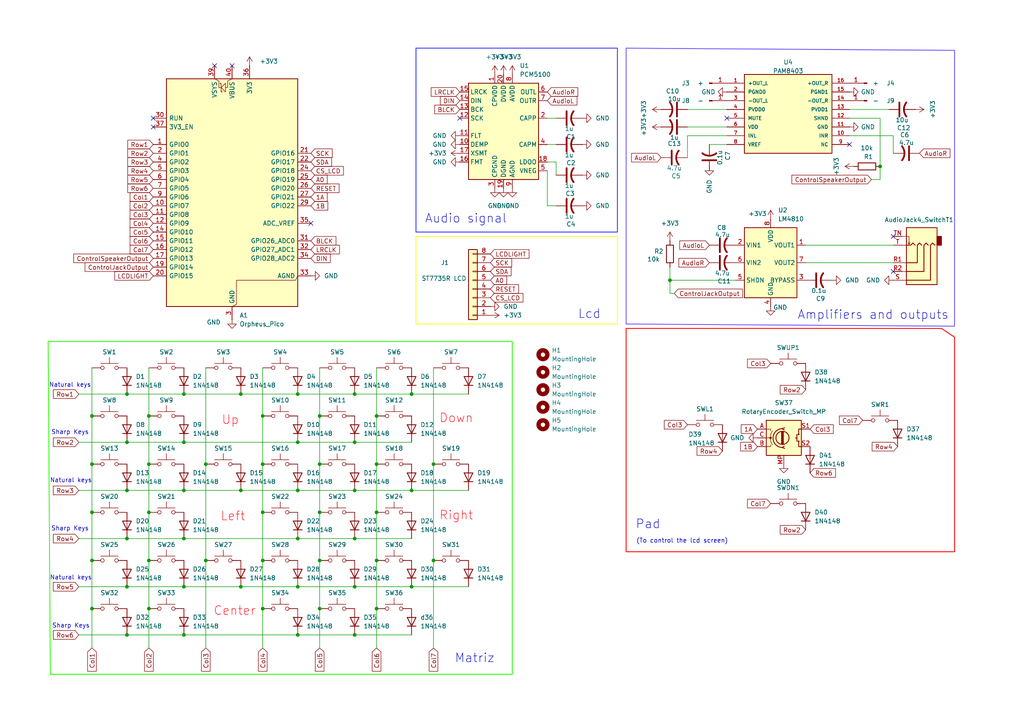
<source format=kicad_sch>
(kicad_sch (version 20250114) (generator "eeschema") (generator_version "9.0")
  (paper "A4")
  (lib_symbols
    (symbol "Amplifier_Audio:LM4810"
      (property "Reference" "U" (at -6.35 11.43 0))
      (property "Value" "LM4810" (at 5.08 11.43 0))
      (symbol "LM4810_1_1"
        (pin input line (at -10.16 5.08 0) (length 2.54) (name "VIN1") (number "2"))
        (pin input line (at -10.16 0 0) (length 2.54) (name "VIN2") (number "6"))
        (pin input line (at -10.16 -5.08 0) (length 2.54) (name "SHDN") (number "5"))
        (pin power_in line (at 0 12.7 270) (length 2.54) (name "VDD") (number "8"))
        (pin power_in line (at 0 -12.7 90) (length 2.54) (name "GND") (number "4"))
        (pin output line (at 10.16 5.08 180) (length 2.54) (name "VOUT1") (number "1"))
        (pin output line (at 10.16 0 180) (length 2.54) (name "VOUT2") (number "7"))
        (pin passive line (at 10.16 -5.08 180) (length 2.54) (name "BYPASS") (number "3"))
      )
    )
    (symbol "Audio:PCM5100"
      (property "Reference" "U" (at -10.16 13.97 0))
      (property "Value" "PCM5100" (at 3.81 13.97 0))
      (symbol "PCM5100_1_1"
        (pin input line (at -12.7 10.16 0) (length 2.54) (name "LRCK") (number "15"))
        (pin input line (at -12.7 7.62 0) (length 2.54) (name "DIN") (number "14"))
        (pin input line (at -12.7 5.08 0) (length 2.54) (name "BCK") (number "13"))
        (pin input line (at -12.7 2.54 0) (length 2.54) (name "SCK") (number "12"))
        (pin input line (at -12.7 -2.54 0) (length 2.54) (name "FLT") (number "11"))
        (pin input line (at -12.7 -5.08 0) (length 2.54) (name "DEMP") (number "10"))
        (pin input line (at -12.7 -7.62 0) (length 2.54) (name "XSMT") (number "17"))
        (pin input line (at -12.7 -10.16 0) (length 2.54) (name "FMT") (number "16"))
        (pin passive line (at -2.54 15.24 270) (length 2.54) (name "CPVDD") (number "1"))
        (pin power_in line (at -2.54 -17.78 90) (length 2.54) (name "CPGND") (number "3"))
        (pin power_in line (at 0 15.24 270) (length 2.54) (name "DVDD") (number "20"))
        (pin power_in line (at 0 -17.78 90) (length 2.54) (name "DGND") (number "19"))
        (pin power_in line (at 2.54 15.24 270) (length 2.54) (name "AVDD") (number "8"))
        (pin power_in line (at 2.54 -17.78 90) (length 2.54) (name "AGND") (number "9"))
        (pin output line (at 12.7 10.16 180) (length 2.54) (name "OUTL") (number "6"))
        (pin output line (at 12.7 7.62 180) (length 2.54) (name "OUTR") (number "7"))
        (pin passive line (at 12.7 2.54 180) (length 2.54) (name "CAPP") (number "2"))
        (pin passive line (at 12.7 -5.08 180) (length 2.54) (name "CAPM") (number "4"))
        (pin passive line (at 12.7 -10.16 180) (length 2.54) (name "LDOO") (number "18"))
        (pin passive line (at 12.7 -12.7 180) (length 2.54) (name "VNEG") (number "5"))
      )
    )
    (symbol "Connector:Conn_01x01_Pin" (pin_names (offset 1.016) (hide yes))
      (property "Reference" "J" (at 0 2.54 0))
      (property "Value" "Conn_01x01_Pin" (at 0 -2.54 0))
      (symbol "Conn_01x01_Pin_1_1"
        (pin passive line (at 5.08 0 180) (length 3.81) (name "Pin_1") (number "1"))
      )
    )
    (symbol "Connector_Audio:AudioJack4_SwitchT1"
      (property "Reference" "J" (at 0 11.43 0))
      (property "Value" "AudioJack4_SwitchT1" (at 0 8.89 0))
      (symbol "AudioJack4_SwitchT1_1_1"
        (pin passive line (at 5.08 5.08 180) (length 2.54) (name "~") (number "S"))
        (pin passive line (at 5.08 2.54 180) (length 2.54) (name "~") (number "R2"))
        (pin passive line (at 5.08 0 180) (length 2.54) (name "~") (number "R1"))
        (pin passive line (at 5.08 -5.08 180) (length 2.54) (name "~") (number "T"))
        (pin passive line (at 5.08 -7.62 180) (length 2.54) (name "~") (number "TN"))
      )
    )
    (symbol "Connector_Generic:Conn_01x08" (pin_names (offset 1.016) (hide yes))
      (property "Reference" "J" (at 0 10.16 0))
      (property "Value" "Conn_01x08" (at 0 -12.7 0))
      (symbol "Conn_01x08_1_1"
        (pin passive line (at -5.08 7.62 0) (length 3.81) (name "Pin_1") (number "1"))
        (pin passive line (at -5.08 5.08 0) (length 3.81) (name "Pin_2") (number "2"))
        (pin passive line (at -5.08 2.54 0) (length 3.81) (name "Pin_3") (number "3"))
        (pin passive line (at -5.08 0 0) (length 3.81) (name "Pin_4") (number "4"))
        (pin passive line (at -5.08 -2.54 0) (length 3.81) (name "Pin_5") (number "5"))
        (pin passive line (at -5.08 -5.08 0) (length 3.81) (name "Pin_6") (number "6"))
        (pin passive line (at -5.08 -7.62 0) (length 3.81) (name "Pin_7") (number "7"))
        (pin passive line (at -5.08 -10.16 0) (length 3.81) (name "Pin_8") (number "8"))
      )
    )
    (symbol "Device:C_US" (pin_numbers (hide yes)) (pin_names (offset 0.254) (hide yes))
      (property "Reference" "C" (at 0.635 2.54 0))
      (property "Value" "C_US" (at 0.635 -2.54 0))
      (symbol "C_US_1_1"
        (pin passive line (at 0 3.81 270) (length 2.794) (name "~") (number "1"))
        (pin passive line (at 0 -3.81 90) (length 3.302) (name "~") (number "2"))
      )
    )
    (symbol "Device:R" (pin_numbers (hide yes)) (pin_names (offset 0))
      (property "Reference" "R" (at 2.032 0 90))
      (property "Value" "R" (at 0 0 90))
      (symbol "R_1_1"
        (pin passive line (at 0 3.81 270) (length 1.27) (name "~") (number "1"))
        (pin passive line (at 0 -3.81 90) (length 1.27) (name "~") (number "2"))
      )
    )
    (symbol "Device:RotaryEncoder_Switch_MP" (pin_names (offset 0.254) (hide yes))
      (property "Reference" "SW" (at 0 8.89 0))
      (property "Value" "RotaryEncoder_Switch_MP" (at 0 6.35 0))
      (symbol "RotaryEncoder_Switch_MP_1_1"
        (pin passive line (at -7.62 2.54 0) (length 2.54) (name "A") (number "A"))
        (pin passive line (at -7.62 0 0) (length 2.54) (name "C") (number "C"))
        (pin passive line (at -7.62 -2.54 0) (length 2.54) (name "B") (number "B"))
        (pin passive line (at 0 -7.62 90) (length 2.54) (name "MP") (number "MP"))
        (pin passive line (at 7.62 2.54 180) (length 2.54) (name "S1") (number "S1"))
        (pin passive line (at 7.62 -2.54 180) (length 2.54) (name "S2") (number "S2"))
      )
    )
    (symbol "Diode:1N4148" (pin_numbers (hide yes)) (pin_names (hide yes))
      (property "Reference" "D" (at 0 2.54 0))
      (property "Value" "1N4148" (at 0 -2.54 0))
      (symbol "1N4148_1_1"
        (pin passive line (at -3.81 0 0) (length 2.54) (name "K") (number "1"))
        (pin passive line (at 3.81 0 180) (length 2.54) (name "A") (number "2"))
      )
    )
    (symbol "MCU_Module:RaspberryPi_Pico" (pin_names (offset 0.762))
      (property "Reference" "A" (at -19.05 35.56 0))
      (property "Value" "RaspberryPi_Pico" (at 7.62 35.56 0))
      (symbol "RaspberryPi_Pico_1_1"
        (pin passive line (at -22.86 22.86 0) (length 3.81) (name "RUN") (number "30"))
        (pin passive line (at -22.86 20.32 0) (length 3.81) (name "3V3_EN") (number "37"))
        (pin bidirectional line (at -22.86 15.24 0) (length 3.81) (name "GPIO0") (number "1"))
        (pin bidirectional line (at -22.86 12.7 0) (length 3.81) (name "GPIO1") (number "2"))
        (pin bidirectional line (at -22.86 10.16 0) (length 3.81) (name "GPIO2") (number "4"))
        (pin bidirectional line (at -22.86 7.62 0) (length 3.81) (name "GPIO3") (number "5"))
        (pin bidirectional line (at -22.86 5.08 0) (length 3.81) (name "GPIO4") (number "6"))
        (pin bidirectional line (at -22.86 2.54 0) (length 3.81) (name "GPIO5") (number "7"))
        (pin bidirectional line (at -22.86 0 0) (length 3.81) (name "GPIO6") (number "9"))
        (pin bidirectional line (at -22.86 -2.54 0) (length 3.81) (name "GPIO7") (number "10"))
        (pin bidirectional line (at -22.86 -5.08 0) (length 3.81) (name "GPIO8") (number "11"))
        (pin bidirectional line (at -22.86 -7.62 0) (length 3.81) (name "GPIO9") (number "12"))
        (pin bidirectional line (at -22.86 -10.16 0) (length 3.81) (name "GPIO10") (number "14"))
        (pin bidirectional line (at -22.86 -12.7 0) (length 3.81) (name "GPIO11") (number "15"))
        (pin bidirectional line (at -22.86 -15.24 0) (length 3.81) (name "GPIO12") (number "16"))
        (pin bidirectional line (at -22.86 -17.78 0) (length 3.81) (name "GPIO13") (number "17"))
        (pin bidirectional line (at -22.86 -20.32 0) (length 3.81) (name "GPIO14") (number "19"))
        (pin bidirectional line (at -22.86 -22.86 0) (length 3.81) (name "GPIO15") (number "20"))
        (pin power_in line (at -5.08 38.1 270) (length 3.81) (name "VSYS") (number "39"))
        (pin power_out line (at 0 38.1 270) (length 3.81) (name "VBUS") (number "40"))
        (pin passive line (at 0 -35.56 90) (length 3.81) (hide yes) (name "GND") (number "13"))
        (pin passive line (at 0 -35.56 90) (length 3.81) (hide yes) (name "GND") (number "18"))
        (pin passive line (at 0 -35.56 90) (length 3.81) (hide yes) (name "GND") (number "23"))
        (pin passive line (at 0 -35.56 90) (length 3.81) (hide yes) (name "GND") (number "28"))
        (pin power_out line (at 0 -35.56 90) (length 3.81) (name "GND") (number "3"))
        (pin passive line (at 0 -35.56 90) (length 3.81) (hide yes) (name "GND") (number "38"))
        (pin passive line (at 0 -35.56 90) (length 3.81) (hide yes) (name "GND") (number "8"))
        (pin power_out line (at 5.08 38.1 270) (length 3.81) (name "3V3") (number "36"))
        (pin bidirectional line (at 22.86 12.7 180) (length 3.81) (name "GPIO16") (number "21"))
        (pin bidirectional line (at 22.86 10.16 180) (length 3.81) (name "GPIO17") (number "22"))
        (pin bidirectional line (at 22.86 7.62 180) (length 3.81) (name "GPIO18") (number "24"))
        (pin bidirectional line (at 22.86 5.08 180) (length 3.81) (name "GPIO19") (number "25"))
        (pin bidirectional line (at 22.86 2.54 180) (length 3.81) (name "GPIO20") (number "26"))
        (pin bidirectional line (at 22.86 0 180) (length 3.81) (name "GPIO21") (number "27"))
        (pin bidirectional line (at 22.86 -2.54 180) (length 3.81) (name "GPIO22") (number "29"))
        (pin power_in line (at 22.86 -7.62 180) (length 3.81) (name "ADC_VREF") (number "35"))
        (pin bidirectional line (at 22.86 -12.7 180) (length 3.81) (name "GPIO26_ADC0") (number "31"))
        (pin bidirectional line (at 22.86 -15.24 180) (length 3.81) (name "GPIO27_ADC1") (number "32"))
        (pin bidirectional line (at 22.86 -17.78 180) (length 3.81) (name "GPIO28_ADC2") (number "34"))
        (pin power_out line (at 22.86 -22.86 180) (length 3.81) (name "AGND") (number "33"))
      )
    )
    (symbol "Mechanical:MountingHole" (pin_names (offset 1.016)) (in_bom no)
      (property "Reference" "H" (at 0 5.08 0))
      (property "Value" "MountingHole" (at 0 3.175 0))
    )
    (symbol "Pam8403:PAM8403" (pin_names (offset 1.016))
      (property "Reference" "U" (at -12.7 13.0175 0))
      (property "Value" "PAM8403" (at -12.3825 -11.43 0))
      (symbol "PAM8403_0_0"
        (pin bidirectional line (at -17.78 10.16 0) (length 5.08) (name "+OUT_L") (number "1"))
        (pin bidirectional line (at -17.78 5.08 0) (length 5.08) (name "-OUT_L") (number "3"))
        (pin bidirectional line (at -17.78 2.54 0) (length 5.08) (name "PVDD0") (number "4"))
        (pin bidirectional line (at -17.78 0 0) (length 5.08) (name "MUTE") (number "5"))
        (pin bidirectional line (at -17.78 -2.54 0) (length 5.08) (name "VDD") (number "6"))
        (pin bidirectional line (at -17.78 -5.08 0) (length 5.08) (name "INL") (number "7"))
        (pin bidirectional line (at -17.78 -7.62 0) (length 5.08) (name "VREF") (number "8"))
        (pin bidirectional line (at 17.78 10.16 180) (length 5.08) (name "+OUT_R") (number "16"))
        (pin bidirectional line (at 17.78 5.08 180) (length 5.08) (name "-OUT_R") (number "14"))
        (pin bidirectional line (at 17.78 2.54 180) (length 5.08) (name "PVDD1") (number "13"))
        (pin bidirectional line (at 17.78 0 180) (length 5.08) (name "SHND") (number "12"))
        (pin bidirectional line (at 17.78 -5.08 180) (length 5.08) (name "INR") (number "10"))
        (pin bidirectional line (at 17.78 -7.62 180) (length 5.08) (name "NC") (number "9"))
      )
      (symbol "PAM8403_1_0"
        (pin passive line (at -17.78 7.62 0) (length 5.08) (name "PGND0") (number "2"))
        (pin passive line (at 17.78 7.62 180) (length 5.08) (name "PGND1") (number "15"))
        (pin passive line (at 17.78 -2.54 180) (length 5.08) (name "GND") (number "11"))
      )
    )
    (symbol "Switch:SW_Push" (pin_numbers (hide yes)) (pin_names (offset 1.016) (hide yes))
      (property "Reference" "SW" (at 1.27 2.54 0))
      (property "Value" "SW_Push" (at 0 -1.524 0))
      (symbol "SW_Push_0_1"
        (pin passive line (at -5.08 0 0) (length 2.54) (name "1") (number "1"))
        (pin passive line (at 5.08 0 180) (length 2.54) (name "2") (number "2"))
      )
    )
    (symbol "power:+3V3" (power) (pin_numbers (hide yes)) (pin_names (offset 0) (hide yes))
      (property "Value" "+3V3" (at 0 3.556 0))
      (symbol "+3V3_1_1"
        (pin power_in line (at 0 0 90) (length 0) (name "~") (number "1"))
      )
    )
    (symbol "power:GND" (power) (pin_numbers (hide yes)) (pin_names (offset 0) (hide yes))
      (property "Value" "GND" (at 0 -3.81 0))
      (symbol "GND_1_1"
        (pin power_in line (at 0 0 270) (length 0) (name "~") (number "1"))
      )
    )
  )
  (text "Matriz" (at 137.668 191.008 0) (effects (font (size 2.54 2.54))))
  (text "Right" (at 132.334 149.606 0) (effects (font (size 2.54 2.54))))
  (text "Sharp Keys" (at 20.32 125.476 0) (effects (font (size 1.27 1.27))))
  (text "(To control the lcd screen)" (at 197.866 156.972 0) (effects (font (size 1.27 1.27))))
  (text "Amplifiers and outputs\n" (at 253.238 91.44 0) (effects (font (size 2.54 2.54))))
  (text "Down" (at 132.334 121.412 0) (effects (font (size 2.54 2.54))))
  (text "Sharp Keys" (at 20.574 181.61 0) (effects (font (size 1.27 1.27))))
  (text "Audio signal" (at 135.128 63.5 0) (effects (font (size 2.54 2.54))))
  (text "Sharp Keys" (at 20.32 153.416 0) (effects (font (size 1.27 1.27))))
  (text "Lcd" (at 170.942 91.186 0) (effects (font (size 2.54 2.54))))
  (text "Up" (at 66.802 121.92 0) (effects (font (size 2.54 2.54))))
  (text "Natural keys" (at 20.574 139.446 0) (effects (font (size 1.27 1.27))))
  (text "Pad" (at 187.96 152.146 0) (effects (font (size 2.54 2.54))))
  (text "Natural keys" (at 20.574 167.64 0) (effects (font (size 1.27 1.27))))
  (text "Center" (at 68.072 177.292 0) (effects (font (size 2.54 2.54))))
  (text "Left" (at 67.564 149.86 0) (effects (font (size 2.54 2.54))))
  (text "Natural keys" (at 20.32 111.76 0) (effects (font (size 1.27 1.27))))
  (junction (at 125.73 134.62))
  (junction (at 69.85 142.24))
  (junction (at 69.85 170.18))
  (junction (at 36.83 184.15))
  (junction (at 59.69 134.62))
  (junction (at 92.71 148.59))
  (junction (at 26.67 148.59))
  (junction (at 76.2 176.53))
  (junction (at 43.18 120.65))
  (junction (at 109.22 134.62))
  (junction (at 76.2 148.59))
  (junction (at 86.36 156.21))
  (junction (at 86.36 128.27))
  (junction (at 109.22 176.53))
  (junction (at 102.87 156.21))
  (junction (at 53.34 128.27))
  (junction (at 255.27 48.26))
  (junction (at 43.18 162.56))
  (junction (at 26.67 134.62))
  (junction (at 43.18 148.59))
  (junction (at 26.67 120.65))
  (junction (at 125.73 162.56))
  (junction (at 109.22 148.59))
  (junction (at 86.36 142.24))
  (junction (at 92.71 120.65))
  (junction (at 119.38 114.3))
  (junction (at 102.87 184.15))
  (junction (at 109.22 162.56))
  (junction (at 92.71 176.53))
  (junction (at 26.67 162.56))
  (junction (at 43.18 134.62))
  (junction (at 53.34 142.24))
  (junction (at 53.34 114.3))
  (junction (at 76.2 120.65))
  (junction (at 92.71 162.56))
  (junction (at 92.71 134.62))
  (junction (at 53.34 170.18))
  (junction (at 36.83 170.18))
  (junction (at 53.34 184.15))
  (junction (at 119.38 170.18))
  (junction (at 36.83 156.21))
  (junction (at 59.69 162.56))
  (junction (at 102.87 170.18))
  (junction (at 119.38 142.24))
  (junction (at 43.18 176.53))
  (junction (at 102.87 142.24))
  (junction (at 102.87 114.3))
  (junction (at 69.85 114.3))
  (junction (at 36.83 142.24))
  (junction (at 86.36 184.15))
  (junction (at 53.34 156.21))
  (junction (at 86.36 170.18))
  (junction (at 194.31 81.28))
  (junction (at 36.83 114.3))
  (junction (at 86.36 114.3))
  (junction (at 76.2 134.62))
  (junction (at 102.87 128.27))
  (junction (at 26.67 176.53))
  (junction (at 76.2 162.56))
  (junction (at 109.22 120.65))
  (junction (at 36.83 128.27))
  (no_connect (at 44.45 36.83))
  (no_connect (at 90.17 64.77))
  (no_connect (at 44.45 34.29))
  (no_connect (at 62.23 19.05))
  (no_connect (at 133.35 34.29))
  (no_connect (at 259.08 78.74))
  (no_connect (at 210.82 34.29))
  (no_connect (at 259.08 68.58))
  (no_connect (at 246.38 41.91))
  (no_connect (at 67.31 19.05))
  (wire (pts (xy 26.67 162.56) (xy 26.67 176.53)))
  (wire (pts (xy 86.36 170.18) (xy 102.87 170.18)))
  (wire (pts (xy 76.2 120.65) (xy 76.2 134.62)))
  (wire (pts (xy 59.69 106.68) (xy 59.69 134.62)))
  (wire (pts (xy 102.87 170.18) (xy 119.38 170.18)))
  (wire (pts (xy 86.36 142.24) (xy 102.87 142.24)))
  (wire (pts (xy 36.83 170.18) (xy 53.34 170.18)))
  (wire (pts (xy 92.71 120.65) (xy 92.71 134.62)))
  (wire (pts (xy 255.27 34.29) (xy 255.27 48.26)))
  (wire (pts (xy 92.71 176.53) (xy 92.71 187.96)))
  (wire (pts (xy 43.18 148.59) (xy 43.18 162.56)))
  (wire (pts (xy 26.67 120.65) (xy 26.67 134.62)))
  (wire (pts (xy 36.83 128.27) (xy 53.34 128.27)))
  (wire (pts (xy 76.2 106.68) (xy 76.2 120.65)))
  (wire (pts (xy 255.27 48.26) (xy 255.27 52.07)))
  (wire (pts (xy 194.31 77.47) (xy 194.31 81.28)))
  (wire (pts (xy 195.58 85.09) (xy 194.31 85.09)))
  (wire (pts (xy 199.39 31.75) (xy 210.82 31.75)))
  (wire (pts (xy 76.2 162.56) (xy 76.2 176.53)))
  (wire (pts (xy 59.69 162.56) (xy 59.69 187.96)))
  (wire (pts (xy 102.87 114.3) (xy 119.38 114.3)))
  (wire (pts (xy 69.85 142.24) (xy 86.36 142.24)))
  (wire (pts (xy 36.83 142.24) (xy 53.34 142.24)))
  (wire (pts (xy 22.86 170.18) (xy 36.83 170.18)))
  (wire (pts (xy 53.34 142.24) (xy 69.85 142.24)))
  (wire (pts (xy 36.83 184.15) (xy 53.34 184.15)))
  (wire (pts (xy 92.71 162.56) (xy 92.71 176.53)))
  (wire (pts (xy 109.22 162.56) (xy 109.22 176.53)))
  (wire (pts (xy 161.29 41.91) (xy 158.75 41.91)))
  (wire (pts (xy 109.22 120.65) (xy 109.22 134.62)))
  (wire (pts (xy 125.73 106.68) (xy 125.73 134.62)))
  (wire (pts (xy 158.75 49.53) (xy 158.75 59.69)))
  (wire (pts (xy 86.36 128.27) (xy 102.87 128.27)))
  (wire (pts (xy 36.83 156.21) (xy 53.34 156.21)))
  (wire (pts (xy 53.34 184.15) (xy 86.36 184.15)))
  (wire (pts (xy 158.75 59.69) (xy 161.29 59.69)))
  (wire (pts (xy 158.75 46.99) (xy 161.29 46.99)))
  (wire (pts (xy 26.67 134.62) (xy 26.67 148.59)))
  (wire (pts (xy 22.86 156.21) (xy 36.83 156.21)))
  (wire (pts (xy 26.67 106.68) (xy 26.67 120.65)))
  (wire (pts (xy 102.87 156.21) (xy 119.38 156.21)))
  (wire (pts (xy 43.18 134.62) (xy 43.18 148.59)))
  (wire (pts (xy 76.2 176.53) (xy 76.2 187.96)))
  (wire (pts (xy 53.34 114.3) (xy 69.85 114.3)))
  (wire (pts (xy 194.31 81.28) (xy 194.31 85.09)))
  (wire (pts (xy 246.38 34.29) (xy 255.27 34.29)))
  (wire (pts (xy 255.27 52.07) (xy 252.73 52.07)))
  (wire (pts (xy 205.74 41.91) (xy 210.82 41.91)))
  (wire (pts (xy 22.86 184.15) (xy 36.83 184.15)))
  (wire (pts (xy 59.69 134.62) (xy 59.69 162.56)))
  (wire (pts (xy 205.74 49.53) (xy 205.74 48.26)))
  (wire (pts (xy 161.29 50.8) (xy 161.29 46.99)))
  (wire (pts (xy 92.71 106.68) (xy 92.71 120.65)))
  (wire (pts (xy 43.18 120.65) (xy 43.18 134.62)))
  (wire (pts (xy 26.67 148.59) (xy 26.67 162.56)))
  (wire (pts (xy 109.22 134.62) (xy 109.22 148.59)))
  (wire (pts (xy 259.08 39.37) (xy 246.38 39.37)))
  (wire (pts (xy 102.87 142.24) (xy 119.38 142.24)))
  (wire (pts (xy 69.85 170.18) (xy 86.36 170.18)))
  (wire (pts (xy 22.86 128.27) (xy 36.83 128.27)))
  (wire (pts (xy 246.38 31.75) (xy 257.81 31.75)))
  (wire (pts (xy 86.36 184.15) (xy 102.87 184.15)))
  (wire (pts (xy 233.68 76.2) (xy 259.08 76.2)))
  (wire (pts (xy 69.85 114.3) (xy 86.36 114.3)))
  (wire (pts (xy 53.34 128.27) (xy 86.36 128.27)))
  (wire (pts (xy 76.2 148.59) (xy 76.2 162.56)))
  (wire (pts (xy 233.68 71.12) (xy 259.08 71.12)))
  (wire (pts (xy 125.73 134.62) (xy 125.73 162.56)))
  (wire (pts (xy 119.38 170.18) (xy 135.89 170.18)))
  (wire (pts (xy 76.2 134.62) (xy 76.2 148.59)))
  (wire (pts (xy 109.22 106.68) (xy 109.22 120.65)))
  (wire (pts (xy 86.36 114.3) (xy 102.87 114.3)))
  (wire (pts (xy 119.38 142.24) (xy 135.89 142.24)))
  (wire (pts (xy 43.18 176.53) (xy 43.18 187.96)))
  (wire (pts (xy 119.38 114.3) (xy 135.89 114.3)))
  (wire (pts (xy 199.39 39.37) (xy 210.82 39.37)))
  (wire (pts (xy 22.86 114.3) (xy 36.83 114.3)))
  (wire (pts (xy 125.73 162.56) (xy 125.73 187.96)))
  (wire (pts (xy 26.67 176.53) (xy 26.67 187.96)))
  (wire (pts (xy 199.39 45.72) (xy 199.39 39.37)))
  (wire (pts (xy 92.71 148.59) (xy 92.71 162.56)))
  (wire (pts (xy 259.08 44.45) (xy 259.08 39.37)))
  (wire (pts (xy 199.39 36.83) (xy 210.82 36.83)))
  (wire (pts (xy 43.18 106.68) (xy 43.18 120.65)))
  (wire (pts (xy 53.34 156.21) (xy 86.36 156.21)))
  (wire (pts (xy 53.34 170.18) (xy 69.85 170.18)))
  (wire (pts (xy 194.31 81.28) (xy 213.36 81.28)))
  (wire (pts (xy 109.22 176.53) (xy 109.22 187.96)))
  (wire (pts (xy 86.36 156.21) (xy 102.87 156.21)))
  (wire (pts (xy 43.18 162.56) (xy 43.18 176.53)))
  (wire (pts (xy 36.83 114.3) (xy 53.34 114.3)))
  (wire (pts (xy 92.71 134.62) (xy 92.71 148.59)))
  (wire (pts (xy 161.29 34.29) (xy 158.75 34.29)))
  (wire (pts (xy 102.87 184.15) (xy 119.38 184.15)))
  (wire (pts (xy 109.22 148.59) (xy 109.22 162.56)))
  (wire (pts (xy 22.86 142.24) (xy 36.83 142.24)))
  (wire (pts (xy 102.87 128.27) (xy 119.38 128.27)))
  (global_label "Col4" (shape input) (at 44.45 64.77 180) (property "Intersheetrefs" "${INTERSHEET_REFS}" (effects (hide yes))))
  (global_label "Col3" (shape input) (at 223.52 105.41 180) (property "Intersheetrefs" "${INTERSHEET_REFS}" (effects (hide yes))))
  (global_label "Row6" (shape input) (at 22.86 184.15 180) (property "Intersheetrefs" "${INTERSHEET_REFS}" (effects (hide yes))))
  (global_label "ControlSpeakerOutput" (shape input) (at 252.73 52.07 180) (property "Intersheetrefs" "${INTERSHEET_REFS}" (effects (hide yes))))
  (global_label "Row2" (shape input) (at 44.45 44.45 180) (property "Intersheetrefs" "${INTERSHEET_REFS}" (effects (hide yes))))
  (global_label "Col6" (shape input) (at 44.45 69.85 180) (property "Intersheetrefs" "${INTERSHEET_REFS}" (effects (hide yes))))
  (global_label "AudioR" (shape input) (at 205.74 76.2 180) (property "Intersheetrefs" "${INTERSHEET_REFS}" (effects (hide yes))))
  (global_label "Row2" (shape input) (at 233.68 153.67 180) (property "Intersheetrefs" "${INTERSHEET_REFS}" (effects (hide yes))))
  (global_label "AudioL" (shape input) (at 191.77 45.72 180) (property "Intersheetrefs" "${INTERSHEET_REFS}" (effects (hide yes))))
  (global_label "LCDLIGHT" (shape input) (at 142.24 73.66 0) (property "Intersheetrefs" "${INTERSHEET_REFS}" (effects (hide yes))))
  (global_label "1B" (shape input) (at 219.71 129.54 180) (property "Intersheetrefs" "${INTERSHEET_REFS}" (effects (hide yes))))
  (global_label "AudioL" (shape input) (at 205.74 71.12 180) (property "Intersheetrefs" "${INTERSHEET_REFS}" (effects (hide yes))))
  (global_label "Col3" (shape input) (at 59.69 187.96 270) (property "Intersheetrefs" "${INTERSHEET_REFS}" (effects (hide yes))))
  (global_label "1A" (shape input) (at 90.17 57.15 0) (property "Intersheetrefs" "${INTERSHEET_REFS}" (effects (hide yes))))
  (global_label "ControlSpeakerOutput" (shape input) (at 44.45 74.93 180) (property "Intersheetrefs" "${INTERSHEET_REFS}" (effects (hide yes))))
  (global_label "Row4" (shape input) (at 22.86 156.21 180) (property "Intersheetrefs" "${INTERSHEET_REFS}" (effects (hide yes))))
  (global_label "SDA" (shape input) (at 90.17 46.99 0) (property "Intersheetrefs" "${INTERSHEET_REFS}" (effects (hide yes))))
  (global_label "CS_LCD" (shape input) (at 142.24 86.36 0) (property "Intersheetrefs" "${INTERSHEET_REFS}" (effects (hide yes))))
  (global_label "Col7" (shape input) (at 125.73 187.96 270) (property "Intersheetrefs" "${INTERSHEET_REFS}" (effects (hide yes))))
  (global_label "LRCLK" (shape input) (at 90.17 72.39 0) (property "Intersheetrefs" "${INTERSHEET_REFS}" (effects (hide yes))))
  (global_label "Row6" (shape input) (at 44.45 54.61 180) (property "Intersheetrefs" "${INTERSHEET_REFS}" (effects (hide yes))))
  (global_label "Row3" (shape input) (at 44.45 46.99 180) (property "Intersheetrefs" "${INTERSHEET_REFS}" (effects (hide yes))))
  (global_label "SDA" (shape input) (at 142.24 78.74 0) (property "Intersheetrefs" "${INTERSHEET_REFS}" (effects (hide yes))))
  (global_label "Col4" (shape input) (at 76.2 187.96 270) (property "Intersheetrefs" "${INTERSHEET_REFS}" (effects (hide yes))))
  (global_label "1A" (shape input) (at 219.71 124.46 180) (property "Intersheetrefs" "${INTERSHEET_REFS}" (effects (hide yes))))
  (global_label "Row1" (shape input) (at 44.45 41.91 180) (property "Intersheetrefs" "${INTERSHEET_REFS}" (effects (hide yes))))
  (global_label "Col7" (shape input) (at 223.52 146.05 180) (property "Intersheetrefs" "${INTERSHEET_REFS}" (effects (hide yes))))
  (global_label "Col3" (shape input) (at 234.95 124.46 0) (property "Intersheetrefs" "${INTERSHEET_REFS}" (effects (hide yes))))
  (global_label "1B" (shape input) (at 90.17 59.69 0) (property "Intersheetrefs" "${INTERSHEET_REFS}" (effects (hide yes))))
  (global_label "LCDLIGHT" (shape input) (at 44.45 80.01 180) (property "Intersheetrefs" "${INTERSHEET_REFS}" (effects (hide yes))))
  (global_label "Row6" (shape input) (at 234.95 137.16 0) (property "Intersheetrefs" "${INTERSHEET_REFS}" (effects (hide yes))))
  (global_label "Col3" (shape input) (at 44.45 62.23 180) (property "Intersheetrefs" "${INTERSHEET_REFS}" (effects (hide yes))))
  (global_label "Col3" (shape input) (at 199.39 123.19 180) (property "Intersheetrefs" "${INTERSHEET_REFS}" (effects (hide yes))))
  (global_label "Col5" (shape input) (at 44.45 67.31 180) (property "Intersheetrefs" "${INTERSHEET_REFS}" (effects (hide yes))))
  (global_label "Row1" (shape input) (at 22.86 114.3 180) (property "Intersheetrefs" "${INTERSHEET_REFS}" (effects (hide yes))))
  (global_label "AudioL" (shape input) (at 158.75 29.21 0) (property "Intersheetrefs" "${INTERSHEET_REFS}" (effects (hide yes))))
  (global_label "BLCK" (shape input) (at 90.17 69.85 0) (property "Intersheetrefs" "${INTERSHEET_REFS}" (effects (hide yes))))
  (global_label "Row5" (shape input) (at 22.86 170.18 180) (property "Intersheetrefs" "${INTERSHEET_REFS}" (effects (hide yes))))
  (global_label "Col7" (shape input) (at 250.19 121.92 180) (property "Intersheetrefs" "${INTERSHEET_REFS}" (effects (hide yes))))
  (global_label "AudioR" (shape input) (at 266.7 44.45 0) (property "Intersheetrefs" "${INTERSHEET_REFS}" (effects (hide yes))))
  (global_label "Col1" (shape input) (at 44.45 57.15 180) (property "Intersheetrefs" "${INTERSHEET_REFS}" (effects (hide yes))))
  (global_label "Col7" (shape input) (at 44.45 72.39 180) (property "Intersheetrefs" "${INTERSHEET_REFS}" (effects (hide yes))))
  (global_label "RESET" (shape input) (at 90.17 54.61 0) (property "Intersheetrefs" "${INTERSHEET_REFS}" (effects (hide yes))))
  (global_label "RESET" (shape input) (at 142.24 83.82 0) (property "Intersheetrefs" "${INTERSHEET_REFS}" (effects (hide yes))))
  (global_label "DIN" (shape input) (at 133.35 29.21 180) (property "Intersheetrefs" "${INTERSHEET_REFS}" (effects (hide yes))))
  (global_label "Col5" (shape input) (at 92.71 187.96 270) (property "Intersheetrefs" "${INTERSHEET_REFS}" (effects (hide yes))))
  (global_label "SCK" (shape input) (at 142.24 76.2 0) (property "Intersheetrefs" "${INTERSHEET_REFS}" (effects (hide yes))))
  (global_label "BLCK" (shape input) (at 133.35 31.75 180) (property "Intersheetrefs" "${INTERSHEET_REFS}" (effects (hide yes))))
  (global_label "ControlJackOutput" (shape input) (at 195.58 85.09 0) (property "Intersheetrefs" "${INTERSHEET_REFS}" (effects (hide yes))))
  (global_label "SCK" (shape input) (at 90.17 44.45 0) (property "Intersheetrefs" "${INTERSHEET_REFS}" (effects (hide yes))))
  (global_label "LRCLK" (shape input) (at 133.35 26.67 180) (property "Intersheetrefs" "${INTERSHEET_REFS}" (effects (hide yes))))
  (global_label "Col2" (shape input) (at 44.45 59.69 180) (property "Intersheetrefs" "${INTERSHEET_REFS}" (effects (hide yes))))
  (global_label "AudioR" (shape input) (at 158.75 26.67 0) (property "Intersheetrefs" "${INTERSHEET_REFS}" (effects (hide yes))))
  (global_label "Row5" (shape input) (at 44.45 52.07 180) (property "Intersheetrefs" "${INTERSHEET_REFS}" (effects (hide yes))))
  (global_label "Col2" (shape input) (at 43.18 187.96 270) (property "Intersheetrefs" "${INTERSHEET_REFS}" (effects (hide yes))))
  (global_label "Row2" (shape input) (at 22.86 128.27 180) (property "Intersheetrefs" "${INTERSHEET_REFS}" (effects (hide yes))))
  (global_label "DIN" (shape input) (at 90.17 74.93 0) (property "Intersheetrefs" "${INTERSHEET_REFS}" (effects (hide yes))))
  (global_label "A0" (shape input) (at 142.24 81.28 0) (property "Intersheetrefs" "${INTERSHEET_REFS}" (effects (hide yes))))
  (global_label "Row2" (shape input) (at 233.68 113.03 180) (property "Intersheetrefs" "${INTERSHEET_REFS}" (effects (hide yes))))
  (global_label "Col6" (shape input) (at 109.22 187.96 270) (property "Intersheetrefs" "${INTERSHEET_REFS}" (effects (hide yes))))
  (global_label "Col1" (shape input) (at 26.67 187.96 270) (property "Intersheetrefs" "${INTERSHEET_REFS}" (effects (hide yes))))
  (global_label "CS_LCD" (shape input) (at 90.17 49.53 0) (property "Intersheetrefs" "${INTERSHEET_REFS}" (effects (hide yes))))
  (global_label "Row4" (shape input) (at 260.35 129.54 180) (property "Intersheetrefs" "${INTERSHEET_REFS}" (effects (hide yes))))
  (global_label "Row4" (shape input) (at 44.45 49.53 180) (property "Intersheetrefs" "${INTERSHEET_REFS}" (effects (hide yes))))
  (global_label "A0" (shape input) (at 90.17 52.07 0) (property "Intersheetrefs" "${INTERSHEET_REFS}" (effects (hide yes))))
  (global_label "Row3" (shape input) (at 22.86 142.24 180) (property "Intersheetrefs" "${INTERSHEET_REFS}" (effects (hide yes))))
  (global_label "Row4" (shape input) (at 209.55 130.81 180) (property "Intersheetrefs" "${INTERSHEET_REFS}" (effects (hide yes))))
  (global_label "ControlJackOutput" (shape input) (at 44.45 77.47 180) (property "Intersheetrefs" "${INTERSHEET_REFS}" (effects (hide yes))))
  (rule_area (polyline (pts (xy 181.61 95.25) (xy 273.05 95.25) (xy 276.86 97.79) (xy 276.86 160.02) (xy 182.88 160.02) (xy 181.61 160.02)) (stroke (width 0.254))))
  (rule_area (polyline (pts (xy 120.65 13.97) (xy 120.65 67.31) (xy 179.07 67.31) (xy 179.07 13.97)) (stroke (width 0.254) (color 50 56 255 1))))
  (rule_area (polyline (pts (xy 181.61 13.97) (xy 276.86 14.605) (xy 276.86 94.615) (xy 181.61 93.98)) (stroke (width 0.254) (color 112 85 255 1))))
  (rule_area (polyline (pts (xy 120.65 68.58) (xy 179.07 68.58) (xy 179.07 93.98) (xy 120.65 93.98)) (stroke (width 0.254) (color 255 250 49 1))))
  (rule_area (polyline (pts (xy 13.97 99.06) (xy 148.59 99.06) (xy 148.59 195.58) (xy 147.955 195.58) (xy 14.605 195.58)) (stroke (width 0.254) (color 46 255 9 1))))
  (symbol (lib_id "Diode:1N4148") (at 86.36 166.37 90) (unit 1)
    (property "Reference" "D28" (at 88.9 165.0999 90) (effects (justify right)))
    (property "Value" "1N4148" (at 88.9 167.6399 90) (effects (justify right)))
    (property "Footprint" "Diode_THT:D_DO-35_SOD27_P7.62mm_Horizontal" (effects (hide yes)))
    (property "Datasheet" "https://assets.nexperia.com/documents/data-sheet/1N4148_1N4448.pdf" (effects (hide yes)))
    (property "Description" "100V 0.15A standard switching diode, DO-35" (effects (hide yes)))
    (property "Sim.Device" "D" (effects (hide yes)))
    (property "Sim.Pins" "1=K 2=A" (effects (hide yes)))
  )
  (symbol (lib_id "Switch:SW_Push") (at 31.75 162.56 0) (unit 1)
    (property "Reference" "SW25" (at 31.75 157.988 0))
    (property "Value" "SW_Push" (effects (hide yes)))
    (property "Footprint" "Button_Switch_Keyboard:SW_Cherry_MX_1.00u_PCB" (effects (hide yes)))
    (property "Description" "Push button switch, generic, two pins" (effects (hide yes)))
  )
  (symbol (lib_id "Switch:SW_Push") (at 130.81 106.68 0) (unit 1)
    (property "Reference" "SW7" (at 130.81 102.108 0))
    (property "Value" "SW_Push" (effects (hide yes)))
    (property "Footprint" "Button_Switch_Keyboard:SW_Cherry_MX_1.00u_PCB" (effects (hide yes)))
    (property "Description" "Push button switch, generic, two pins" (effects (hide yes)))
  )
  (symbol (lib_id "Diode:1N4148") (at 102.87 166.37 90) (unit 1)
    (property "Reference" "D29" (at 105.41 165.0999 90) (effects (justify right)))
    (property "Value" "1N4148" (at 105.41 167.6399 90) (effects (justify right)))
    (property "Footprint" "Diode_THT:D_DO-35_SOD27_P7.62mm_Horizontal" (effects (hide yes)))
    (property "Datasheet" "https://assets.nexperia.com/documents/data-sheet/1N4148_1N4448.pdf" (effects (hide yes)))
    (property "Description" "100V 0.15A standard switching diode, DO-35" (effects (hide yes)))
    (property "Sim.Device" "D" (effects (hide yes)))
    (property "Sim.Pins" "1=K 2=A" (effects (hide yes)))
  )
  (symbol (lib_id "Switch:SW_Push") (at 114.3 162.56 0) (unit 1)
    (property "Reference" "SW30" (at 114.3 157.988 0))
    (property "Value" "SW_Push" (effects (hide yes)))
    (property "Footprint" "Button_Switch_Keyboard:SW_Cherry_MX_1.00u_PCB" (effects (hide yes)))
    (property "Description" "Push button switch, generic, two pins" (effects (hide yes)))
  )
  (symbol (lib_id "Device:R") (at 251.46 48.26 270) (unit 1)
    (property "Reference" "R1" (at 253.238 45.466 90) (effects (justify right)))
    (property "Value" "10k" (at 253.238 42.926 90) (effects (justify right)))
    (property "Footprint" "Resistor_THT:R_Axial_DIN0207_L6.3mm_D2.5mm_P10.16mm_Horizontal" (effects (hide yes)))
    (property "Description" "Resistor" (effects (hide yes)))
  )
  (symbol (lib_id "Switch:SW_Push") (at 114.3 106.68 0) (unit 1)
    (property "Reference" "SW6" (at 114.3 102.108 0))
    (property "Value" "SW_Push" (effects (hide yes)))
    (property "Footprint" "Button_Switch_Keyboard:SW_Cherry_MX_1.00u_PCB" (effects (hide yes)))
    (property "Description" "Push button switch, generic, two pins" (effects (hide yes)))
  )
  (symbol (lib_id "Mechanical:MountingHole") (at 157.48 118.11 0) (unit 1) (in_bom no)
    (property "Reference" "H4" (at 160.02 116.8399 0) (effects (justify left)))
    (property "Value" "MountingHole" (at 160.02 119.3799 0) (effects (justify left)))
    (property "Footprint" "MountingHole:MountingHole_3.2mm_M3" (effects (hide yes)))
    (property "Description" "Mounting Hole without connection" (effects (hide yes)))
  )
  (symbol (lib_id "Diode:1N4148") (at 119.38 124.46 90) (unit 1)
    (property "Reference" "D12" (at 121.92 123.1899 90) (effects (justify right)))
    (property "Value" "1N4148" (at 121.92 125.7299 90) (effects (justify right)))
    (property "Footprint" "Diode_THT:D_DO-35_SOD27_P7.62mm_Horizontal" (effects (hide yes)))
    (property "Datasheet" "https://assets.nexperia.com/documents/data-sheet/1N4148_1N4448.pdf" (effects (hide yes)))
    (property "Description" "100V 0.15A standard switching diode, DO-35" (effects (hide yes)))
    (property "Sim.Device" "D" (effects (hide yes)))
    (property "Sim.Pins" "1=K 2=A" (effects (hide yes)))
  )
  (symbol (lib_id "Diode:1N4148") (at 119.38 110.49 90) (unit 1)
    (property "Reference" "D6" (at 121.92 109.2199 90) (effects (justify right)))
    (property "Value" "1N4148" (at 121.92 111.7599 90) (effects (justify right)))
    (property "Footprint" "Diode_THT:D_DO-35_SOD27_P7.62mm_Horizontal" (effects (hide yes)))
    (property "Datasheet" "https://assets.nexperia.com/documents/data-sheet/1N4148_1N4448.pdf" (effects (hide yes)))
    (property "Description" "100V 0.15A standard switching diode, DO-35" (effects (hide yes)))
    (property "Sim.Device" "D" (effects (hide yes)))
    (property "Sim.Pins" "1=K 2=A" (effects (hide yes)))
  )
  (symbol (lib_id "Device:C_US") (at 165.1 59.69 90) (unit 1)
    (property "Reference" "C4" (at 165.608 65.024 90))
    (property "Value" "1u" (at 165.1 62.738 90))
    (property "Footprint" "Capacitor_THT:C_Radial_D5.0mm_H5.0mm_P2.00mm" (effects (hide yes)))
    (property "Description" "capacitor, US symbol" (effects (hide yes)))
  )
  (symbol (lib_id "Connector:Conn_01x01_Pin") (at 205.74 29.21 0) (unit 1)
    (property "Reference" "J8" (at 198.882 29.21 0))
    (property "Value" "-" (at 203.2 29.21 0))
    (property "Footprint" "Connector_Wire:SolderWirePad_1x01_SMD_5x10mm" (effects (hide yes)))
    (property "Description" "Generic connector, single row, 01x01, script generated" (effects (hide yes)))
  )
  (symbol (lib_id "Device:C_US") (at 205.74 45.72 180) (unit 1)
    (property "Reference" "C7" (at 211.074 45.212 90))
    (property "Value" "0.1u" (at 208.788 45.72 90))
    (property "Footprint" "Capacitor_THT:C_Radial_D5.0mm_H5.0mm_P2.00mm" (effects (hide yes)))
    (property "Description" "capacitor, US symbol" (effects (hide yes)))
  )
  (symbol (lib_id "Switch:SW_Push") (at 97.79 106.68 0) (unit 1)
    (property "Reference" "SW5" (at 97.79 102.108 0))
    (property "Value" "SW_Push" (effects (hide yes)))
    (property "Footprint" "Button_Switch_Keyboard:SW_Cherry_MX_1.00u_PCB" (effects (hide yes)))
    (property "Description" "Push button switch, generic, two pins" (effects (hide yes)))
  )
  (symbol (lib_id "Switch:SW_Push") (at 31.75 106.68 0) (unit 1)
    (property "Reference" "SW1" (at 31.75 102.108 0))
    (property "Value" "SW_Push" (effects (hide yes)))
    (property "Footprint" "Button_Switch_Keyboard:SW_Cherry_MX_1.00u_PCB" (effects (hide yes)))
    (property "Description" "Push button switch, generic, two pins" (effects (hide yes)))
  )
  (symbol (lib_id "Switch:SW_Push") (at 81.28 120.65 0) (unit 1)
    (property "Reference" "SW10" (at 81.28 116.078 0))
    (property "Value" "SW_Push" (effects (hide yes)))
    (property "Footprint" "Button_Switch_Keyboard:SW_Cherry_MX_1.00u_PCB" (effects (hide yes)))
    (property "Description" "Push button switch, generic, two pins" (effects (hide yes)))
  )
  (symbol (lib_id "Device:C_US") (at 209.55 71.12 90) (unit 1)
    (property "Reference" "C8" (at 209.296 66.04 90))
    (property "Value" "4.7u" (at 209.55 68.072 90))
    (property "Footprint" "Capacitor_THT:C_Radial_D5.0mm_H5.0mm_P2.00mm" (effects (hide yes)))
    (property "Description" "capacitor, US symbol" (effects (hide yes)))
  )
  (symbol (lib_id "Diode:1N4148") (at 135.89 166.37 90) (unit 1)
    (property "Reference" "D31" (at 138.43 165.0999 90) (effects (justify right)))
    (property "Value" "1N4148" (at 138.43 167.6399 90) (effects (justify right)))
    (property "Footprint" "Diode_THT:D_DO-35_SOD27_P7.62mm_Horizontal" (effects (hide yes)))
    (property "Datasheet" "https://assets.nexperia.com/documents/data-sheet/1N4148_1N4448.pdf" (effects (hide yes)))
    (property "Description" "100V 0.15A standard switching diode, DO-35" (effects (hide yes)))
    (property "Sim.Device" "D" (effects (hide yes)))
    (property "Sim.Pins" "1=K 2=A" (effects (hide yes)))
  )
  (symbol (lib_id "Diode:1N4148") (at 86.36 180.34 90) (unit 1)
    (property "Reference" "D34" (at 88.9 179.0699 90) (effects (justify right)))
    (property "Value" "1N4148" (at 88.9 181.6099 90) (effects (justify right)))
    (property "Footprint" "Diode_THT:D_DO-35_SOD27_P7.62mm_Horizontal" (effects (hide yes)))
    (property "Datasheet" "https://assets.nexperia.com/documents/data-sheet/1N4148_1N4448.pdf" (effects (hide yes)))
    (property "Description" "100V 0.15A standard switching diode, DO-35" (effects (hide yes)))
    (property "Sim.Device" "D" (effects (hide yes)))
    (property "Sim.Pins" "1=K 2=A" (effects (hide yes)))
  )
  (symbol (lib_id "Diode:1N4148") (at 69.85 138.43 90) (unit 1)
    (property "Reference" "D15" (at 72.39 137.1599 90) (effects (justify right)))
    (property "Value" "1N4148" (at 72.39 139.6999 90) (effects (justify right)))
    (property "Footprint" "Diode_THT:D_DO-35_SOD27_P7.62mm_Horizontal" (effects (hide yes)))
    (property "Datasheet" "https://assets.nexperia.com/documents/data-sheet/1N4148_1N4448.pdf" (effects (hide yes)))
    (property "Description" "100V 0.15A standard switching diode, DO-35" (effects (hide yes)))
    (property "Sim.Device" "D" (effects (hide yes)))
    (property "Sim.Pins" "1=K 2=A" (effects (hide yes)))
  )
  (symbol (lib_id "Diode:1N4148") (at 209.55 127 90) (unit 1)
    (property "Reference" "D39" (at 199.644 125.984 90) (effects (justify right)))
    (property "Value" "1N4148" (at 199.644 128.524 90) (effects (justify right)))
    (property "Footprint" "Diode_THT:D_DO-35_SOD27_P7.62mm_Horizontal" (effects (hide yes)))
    (property "Datasheet" "https://assets.nexperia.com/documents/data-sheet/1N4148_1N4448.pdf" (effects (hide yes)))
    (property "Description" "100V 0.15A standard switching diode, DO-35" (effects (hide yes)))
    (property "Sim.Device" "D" (effects (hide yes)))
    (property "Sim.Pins" "1=K 2=A" (effects (hide yes)))
  )
  (symbol (lib_id "power:+3V3") (at 191.77 31.75 90) (unit 1)
    (property "Reference" "#PWR03" (effects (hide yes)))
    (property "Value" "+3V3" (at 186.69 31.75 0))
    (property "Description" "Power symbol creates a global label with name \"+3V3\"" (effects (hide yes)))
  )
  (symbol (lib_id "power:+3V3") (at 143.51 21.59 0) (unit 1)
    (property "Reference" "#PWR016" (effects (hide yes)))
    (property "Value" "+3V3" (at 143.51 16.51 0))
    (property "Description" "Power symbol creates a global label with name \"+3V3\"" (effects (hide yes)))
  )
  (symbol (lib_id "power:GND") (at 148.59 54.61 0) (unit 1)
    (property "Reference" "#PWR011" (effects (hide yes)))
    (property "Value" "GND" (at 148.59 59.69 0))
    (property "Description" "Power symbol creates a global label with name \"GND\" , ground" (effects (hide yes)))
  )
  (symbol (lib_id "Diode:1N4148") (at 53.34 138.43 90) (unit 1)
    (property "Reference" "D14" (at 55.88 137.1599 90) (effects (justify right)))
    (property "Value" "1N4148" (at 55.88 139.6999 90) (effects (justify right)))
    (property "Footprint" "Diode_THT:D_DO-35_SOD27_P7.62mm_Horizontal" (effects (hide yes)))
    (property "Datasheet" "https://assets.nexperia.com/documents/data-sheet/1N4148_1N4448.pdf" (effects (hide yes)))
    (property "Description" "100V 0.15A standard switching diode, DO-35" (effects (hide yes)))
    (property "Sim.Device" "D" (effects (hide yes)))
    (property "Sim.Pins" "1=K 2=A" (effects (hide yes)))
  )
  (symbol (lib_id "Connector:Conn_01x01_Pin") (at 251.46 24.13 180) (unit 1)
    (property "Reference" "J4" (at 258.318 24.13 0))
    (property "Value" "+" (at 254 24.13 0))
    (property "Footprint" "Connector_Wire:SolderWirePad_1x01_SMD_5x10mm" (effects (hide yes)))
    (property "Description" "Generic connector, single row, 01x01, script generated" (effects (hide yes)))
  )
  (symbol (lib_id "Diode:1N4148") (at 86.36 152.4 90) (unit 1)
    (property "Reference" "D22" (at 88.9 151.1299 90) (effects (justify right)))
    (property "Value" "1N4148" (at 88.9 153.6699 90) (effects (justify right)))
    (property "Footprint" "Diode_THT:D_DO-35_SOD27_P7.62mm_Horizontal" (effects (hide yes)))
    (property "Datasheet" "https://assets.nexperia.com/documents/data-sheet/1N4148_1N4448.pdf" (effects (hide yes)))
    (property "Description" "100V 0.15A standard switching diode, DO-35" (effects (hide yes)))
    (property "Sim.Device" "D" (effects (hide yes)))
    (property "Sim.Pins" "1=K 2=A" (effects (hide yes)))
  )
  (symbol (lib_id "Diode:1N4148") (at 36.83 166.37 90) (unit 1)
    (property "Reference" "D25" (at 39.37 165.0999 90) (effects (justify right)))
    (property "Value" "1N4148" (at 39.37 167.6399 90) (effects (justify right)))
    (property "Footprint" "Diode_THT:D_DO-35_SOD27_P7.62mm_Horizontal" (effects (hide yes)))
    (property "Datasheet" "https://assets.nexperia.com/documents/data-sheet/1N4148_1N4448.pdf" (effects (hide yes)))
    (property "Description" "100V 0.15A standard switching diode, DO-35" (effects (hide yes)))
    (property "Sim.Device" "D" (effects (hide yes)))
    (property "Sim.Pins" "1=K 2=A" (effects (hide yes)))
  )
  (symbol (lib_id "Switch:SW_Push") (at 81.28 162.56 0) (unit 1)
    (property "Reference" "SW28" (at 81.28 157.988 0))
    (property "Value" "SW_Push" (effects (hide yes)))
    (property "Footprint" "Button_Switch_Keyboard:SW_Cherry_MX_1.00u_PCB" (effects (hide yes)))
    (property "Description" "Push button switch, generic, two pins" (effects (hide yes)))
  )
  (symbol (lib_id "power:GND") (at 133.35 39.37 270) (unit 1)
    (property "Reference" "#PWR023" (effects (hide yes)))
    (property "Value" "GND" (at 129.54 39.3699 90) (effects (justify right)))
    (property "Description" "Power symbol creates a global label with name \"GND\" , ground" (effects (hide yes)))
  )
  (symbol (lib_id "Diode:1N4148") (at 53.34 152.4 90) (unit 1)
    (property "Reference" "D21" (at 55.88 151.1299 90) (effects (justify right)))
    (property "Value" "1N4148" (at 55.88 153.6699 90) (effects (justify right)))
    (property "Footprint" "Diode_THT:D_DO-35_SOD27_P7.62mm_Horizontal" (effects (hide yes)))
    (property "Datasheet" "https://assets.nexperia.com/documents/data-sheet/1N4148_1N4448.pdf" (effects (hide yes)))
    (property "Description" "100V 0.15A standard switching diode, DO-35" (effects (hide yes)))
    (property "Sim.Device" "D" (effects (hide yes)))
    (property "Sim.Pins" "1=K 2=A" (effects (hide yes)))
  )
  (symbol (lib_id "power:GND") (at 219.71 127 270) (unit 1)
    (property "Reference" "#PWR05" (effects (hide yes)))
    (property "Value" "GND" (at 215.9 126.9999 90) (effects (justify right)))
    (property "Description" "Power symbol creates a global label with name \"GND\" , ground" (effects (hide yes)))
  )
  (symbol (lib_id "power:GND") (at 246.38 26.67 90) (unit 1)
    (property "Reference" "#PWR09" (effects (hide yes)))
    (property "Value" "GND" (at 249.682 26.67 90) (effects (justify right)))
    (property "Description" "Power symbol creates a global label with name \"GND\" , ground" (effects (hide yes)))
  )
  (symbol (lib_id "Diode:1N4148") (at 53.34 180.34 90) (unit 1)
    (property "Reference" "D33" (at 55.88 179.0699 90) (effects (justify right)))
    (property "Value" "1N4148" (at 55.88 181.6099 90) (effects (justify right)))
    (property "Footprint" "Diode_THT:D_DO-35_SOD27_P7.62mm_Horizontal" (effects (hide yes)))
    (property "Datasheet" "https://assets.nexperia.com/documents/data-sheet/1N4148_1N4448.pdf" (effects (hide yes)))
    (property "Description" "100V 0.15A standard switching diode, DO-35" (effects (hide yes)))
    (property "Sim.Device" "D" (effects (hide yes)))
    (property "Sim.Pins" "1=K 2=A" (effects (hide yes)))
  )
  (symbol (lib_id "Diode:1N4148") (at 119.38 180.34 90) (unit 1)
    (property "Reference" "d36" (at 121.92 179.0699 90) (effects (justify right)))
    (property "Value" "1N4148" (at 121.92 181.6099 90) (effects (justify right)))
    (property "Footprint" "Diode_THT:D_DO-35_SOD27_P7.62mm_Horizontal" (effects (hide yes)))
    (property "Datasheet" "https://assets.nexperia.com/documents/data-sheet/1N4148_1N4448.pdf" (effects (hide yes)))
    (property "Description" "100V 0.15A standard switching diode, DO-35" (effects (hide yes)))
    (property "Sim.Device" "D" (effects (hide yes)))
    (property "Sim.Pins" "1=K 2=A" (effects (hide yes)))
  )
  (symbol (lib_id "Connector:Conn_01x01_Pin") (at 205.74 24.13 0) (unit 1)
    (property "Reference" "J3" (at 198.882 24.13 0))
    (property "Value" "+" (at 203.2 24.13 0))
    (property "Footprint" "Connector_Wire:SolderWirePad_1x01_SMD_5x10mm" (effects (hide yes)))
    (property "Description" "Generic connector, single row, 01x01, script generated" (effects (hide yes)))
  )
  (symbol (lib_id "Switch:SW_Push") (at 64.77 162.56 0) (unit 1)
    (property "Reference" "SW27" (at 64.77 157.988 0))
    (property "Value" "SW_Push" (effects (hide yes)))
    (property "Footprint" "Button_Switch_Keyboard:SW_Cherry_MX_1.00u_PCB" (effects (hide yes)))
    (property "Description" "Push button switch, generic, two pins" (effects (hide yes)))
  )
  (symbol (lib_id "Switch:SW_Push") (at 228.6 146.05 0) (unit 1)
    (property "Reference" "SWDN1" (at 228.6 141.478 0))
    (property "Value" "SW_Push" (effects (hide yes)))
    (property "Footprint" "Button_Switch_Keyboard:SW_Cherry_MX_1.00u_PCB" (effects (hide yes)))
    (property "Description" "Push button switch, generic, two pins" (effects (hide yes)))
  )
  (symbol (lib_id "Diode:1N4148") (at 119.38 138.43 90) (unit 1)
    (property "Reference" "D18" (at 121.92 137.1599 90) (effects (justify right)))
    (property "Value" "1N4148" (at 121.92 139.6999 90) (effects (justify right)))
    (property "Footprint" "Diode_THT:D_DO-35_SOD27_P7.62mm_Horizontal" (effects (hide yes)))
    (property "Datasheet" "https://assets.nexperia.com/documents/data-sheet/1N4148_1N4448.pdf" (effects (hide yes)))
    (property "Description" "100V 0.15A standard switching diode, DO-35" (effects (hide yes)))
    (property "Sim.Device" "D" (effects (hide yes)))
    (property "Sim.Pins" "1=K 2=A" (effects (hide yes)))
  )
  (symbol (lib_id "Device:R") (at 194.31 73.66 0) (unit 1)
    (property "Reference" "R2" (at 189.738 72.898 0) (effects (justify left)))
    (property "Value" "10k" (at 187.706 75.184 0) (effects (justify left)))
    (property "Footprint" "Resistor_THT:R_Axial_DIN0207_L6.3mm_D2.5mm_P10.16mm_Horizontal" (effects (hide yes)))
    (property "Description" "Resistor" (effects (hide yes)))
  )
  (symbol (lib_id "Connector_Generic:Conn_01x08") (at 137.16 83.82 180) (unit 1)
    (property "Reference" "J1" (at 129.032 76.2 0))
    (property "Value" "ST7735R LCD" (at 128.778 80.772 0))
    (property "Footprint" "Connector_PinHeader_2.54mm:PinHeader_1x08_P2.54mm_Vertical" (effects (hide yes)))
    (property "Description" "Generic connector, single row, 01x08, script generated (kicad-library-utils/schlib/autogen/connector/)" (effects (hide yes)))
  )
  (symbol (lib_id "Switch:SW_Push") (at 48.26 106.68 0) (unit 1)
    (property "Reference" "SW2" (at 48.26 102.108 0))
    (property "Value" "SW_Push" (effects (hide yes)))
    (property "Footprint" "Button_Switch_Keyboard:SW_Cherry_MX_1.00u_PCB" (effects (hide yes)))
    (property "Description" "Push button switch, generic, two pins" (effects (hide yes)))
  )
  (symbol (lib_id "Diode:1N4148") (at 69.85 110.49 90) (unit 1)
    (property "Reference" "D3" (at 72.39 109.2199 90) (effects (justify right)))
    (property "Value" "1N4148" (at 72.39 111.7599 90) (effects (justify right)))
    (property "Footprint" "Diode_THT:D_DO-35_SOD27_P7.62mm_Horizontal" (effects (hide yes)))
    (property "Datasheet" "https://assets.nexperia.com/documents/data-sheet/1N4148_1N4448.pdf" (effects (hide yes)))
    (property "Description" "100V 0.15A standard switching diode, DO-35" (effects (hide yes)))
    (property "Sim.Device" "D" (effects (hide yes)))
    (property "Sim.Pins" "1=K 2=A" (effects (hide yes)))
  )
  (symbol (lib_id "power:+3V3") (at 72.39 19.05 0) (unit 1)
    (property "Reference" "#PWR04" (effects (hide yes)))
    (property "Value" "+3V3" (at 77.978 17.78 0))
    (property "Description" "Power symbol creates a global label with name \"+3V3\"" (effects (hide yes)))
  )
  (symbol (lib_id "Diode:1N4148") (at 233.68 109.22 90) (unit 1)
    (property "Reference" "D38" (at 236.22 107.9499 90) (effects (justify right)))
    (property "Value" "1N4148" (at 236.22 110.4899 90) (effects (justify right)))
    (property "Footprint" "Diode_THT:D_DO-35_SOD27_P7.62mm_Horizontal" (effects (hide yes)))
    (property "Datasheet" "https://assets.nexperia.com/documents/data-sheet/1N4148_1N4448.pdf" (effects (hide yes)))
    (property "Description" "100V 0.15A standard switching diode, DO-35" (effects (hide yes)))
    (property "Sim.Device" "D" (effects (hide yes)))
    (property "Sim.Pins" "1=K 2=A" (effects (hide yes)))
  )
  (symbol (lib_id "Switch:SW_Push") (at 48.26 148.59 0) (unit 1)
    (property "Reference" "SW21" (at 48.26 144.018 0))
    (property "Value" "SW_Push" (effects (hide yes)))
    (property "Footprint" "Button_Switch_Keyboard:SW_Cherry_MX_1.00u_PCB" (effects (hide yes)))
    (property "Description" "Push button switch, generic, two pins" (effects (hide yes)))
  )
  (symbol (lib_id "power:GND") (at 210.82 26.67 270) (unit 1)
    (property "Reference" "#PWR027" (effects (hide yes)))
    (property "Value" "GND" (at 207.518 26.67 90) (effects (justify right)))
    (property "Description" "Power symbol creates a global label with name \"GND\" , ground" (effects (hide yes)))
  )
  (symbol (lib_id "Diode:1N4148") (at 135.89 138.43 90) (unit 1)
    (property "Reference" "D19" (at 138.43 137.1599 90) (effects (justify right)))
    (property "Value" "1N4148" (at 138.43 139.6999 90) (effects (justify right)))
    (property "Footprint" "Diode_THT:D_DO-35_SOD27_P7.62mm_Horizontal" (effects (hide yes)))
    (property "Datasheet" "https://assets.nexperia.com/documents/data-sheet/1N4148_1N4448.pdf" (effects (hide yes)))
    (property "Description" "100V 0.15A standard switching diode, DO-35" (effects (hide yes)))
    (property "Sim.Device" "D" (effects (hide yes)))
    (property "Sim.Pins" "1=K 2=A" (effects (hide yes)))
  )
  (symbol (lib_id "power:+3V3") (at 142.24 91.44 270) (unit 1)
    (property "Reference" "#PWR08" (effects (hide yes)))
    (property "Value" "+3V3" (at 146.05 91.4401 90) (effects (justify left)))
    (property "Description" "Power symbol creates a global label with name \"+3V3\"" (effects (hide yes)))
  )
  (symbol (lib_id "power:GND") (at 259.08 81.28 270) (unit 1)
    (property "Reference" "#PWR032" (effects (hide yes)))
    (property "Value" "GND" (at 255.27 81.2799 90) (effects (justify right)))
    (property "Description" "Power symbol creates a global label with name \"GND\" , ground" (effects (hide yes)))
  )
  (symbol (lib_id "power:GND") (at 133.35 41.91 270) (unit 1)
    (property "Reference" "#PWR022" (effects (hide yes)))
    (property "Value" "GND" (at 129.54 41.9099 90) (effects (justify right)))
    (property "Description" "Power symbol creates a global label with name \"GND\" , ground" (effects (hide yes)))
  )
  (symbol (lib_id "Mechanical:MountingHole") (at 157.48 123.19 0) (unit 1) (in_bom no)
    (property "Reference" "H5" (at 160.02 121.9199 0) (effects (justify left)))
    (property "Value" "MountingHole" (at 160.02 124.4599 0) (effects (justify left)))
    (property "Footprint" "MountingHole:MountingHole_3.2mm_M3" (effects (hide yes)))
    (property "Description" "Mounting Hole without connection" (effects (hide yes)))
  )
  (symbol (lib_id "Diode:1N4148") (at 234.95 133.35 90) (unit 1)
    (property "Reference" "D41" (at 237.49 132.0799 90) (effects (justify right)))
    (property "Value" "1N4148" (at 237.49 134.6199 90) (effects (justify right)))
    (property "Footprint" "Diode_THT:D_DO-35_SOD27_P7.62mm_Horizontal" (effects (hide yes)))
    (property "Datasheet" "https://assets.nexperia.com/documents/data-sheet/1N4148_1N4448.pdf" (effects (hide yes)))
    (property "Description" "100V 0.15A standard switching diode, DO-35" (effects (hide yes)))
    (property "Sim.Device" "D" (effects (hide yes)))
    (property "Sim.Pins" "1=K 2=A" (effects (hide yes)))
  )
  (symbol (lib_id "Switch:SW_Push") (at 64.77 106.68 0) (unit 1)
    (property "Reference" "SW3" (at 64.77 102.108 0))
    (property "Value" "SW_Push" (effects (hide yes)))
    (property "Footprint" "Button_Switch_Keyboard:SW_Cherry_MX_1.00u_PCB" (effects (hide yes)))
    (property "Description" "Push button switch, generic, two pins" (effects (hide yes)))
  )
  (symbol (lib_id "Diode:1N4148") (at 36.83 180.34 90) (unit 1)
    (property "Reference" "D32" (at 39.37 179.0699 90) (effects (justify right)))
    (property "Value" "1N4148" (at 39.37 181.6099 90) (effects (justify right)))
    (property "Footprint" "Diode_THT:D_DO-35_SOD27_P7.62mm_Horizontal" (effects (hide yes)))
    (property "Datasheet" "https://assets.nexperia.com/documents/data-sheet/1N4148_1N4448.pdf" (effects (hide yes)))
    (property "Description" "100V 0.15A standard switching diode, DO-35" (effects (hide yes)))
    (property "Sim.Device" "D" (effects (hide yes)))
    (property "Sim.Pins" "1=K 2=A" (effects (hide yes)))
  )
  (symbol (lib_id "Diode:1N4148") (at 102.87 124.46 90) (unit 1)
    (property "Reference" "D11" (at 105.41 123.1899 90) (effects (justify right)))
    (property "Value" "1N4148" (at 105.41 125.7299 90) (effects (justify right)))
    (property "Footprint" "Diode_THT:D_DO-35_SOD27_P7.62mm_Horizontal" (effects (hide yes)))
    (property "Datasheet" "https://assets.nexperia.com/documents/data-sheet/1N4148_1N4448.pdf" (effects (hide yes)))
    (property "Description" "100V 0.15A standard switching diode, DO-35" (effects (hide yes)))
    (property "Sim.Device" "D" (effects (hide yes)))
    (property "Sim.Pins" "1=K 2=A" (effects (hide yes)))
  )
  (symbol (lib_id "Switch:SW_Push") (at 48.26 162.56 0) (unit 1)
    (property "Reference" "SW26" (at 48.26 157.988 0))
    (property "Value" "SW_Push" (effects (hide yes)))
    (property "Footprint" "Button_Switch_Keyboard:SW_Cherry_MX_1.00u_PCB" (effects (hide yes)))
    (property "Description" "Push button switch, generic, two pins" (effects (hide yes)))
  )
  (symbol (lib_id "Switch:SW_Push") (at 204.47 123.19 0) (unit 1)
    (property "Reference" "SWL1" (at 204.47 118.618 0))
    (property "Value" "SW_Push" (effects (hide yes)))
    (property "Footprint" "Button_Switch_Keyboard:SW_Cherry_MX_1.00u_PCB" (effects (hide yes)))
    (property "Description" "Push button switch, generic, two pins" (effects (hide yes)))
  )
  (symbol (lib_id "Diode:1N4148") (at 102.87 138.43 90) (unit 1)
    (property "Reference" "D17" (at 105.41 137.1599 90) (effects (justify right)))
    (property "Value" "1N4148" (at 105.41 139.6999 90) (effects (justify right)))
    (property "Footprint" "Diode_THT:D_DO-35_SOD27_P7.62mm_Horizontal" (effects (hide yes)))
    (property "Datasheet" "https://assets.nexperia.com/documents/data-sheet/1N4148_1N4448.pdf" (effects (hide yes)))
    (property "Description" "100V 0.15A standard switching diode, DO-35" (effects (hide yes)))
    (property "Sim.Device" "D" (effects (hide yes)))
    (property "Sim.Pins" "1=K 2=A" (effects (hide yes)))
  )
  (symbol (lib_id "power:GND") (at 133.35 46.99 270) (unit 1)
    (property "Reference" "#PWR021" (effects (hide yes)))
    (property "Value" "GND" (at 129.54 46.9899 90) (effects (justify right)))
    (property "Description" "Power symbol creates a global label with name \"GND\" , ground" (effects (hide yes)))
  )
  (symbol (lib_id "Mechanical:MountingHole") (at 157.48 102.87 0) (unit 1) (in_bom no)
    (property "Reference" "H1" (at 160.02 101.5999 0) (effects (justify left)))
    (property "Value" "MountingHole" (at 160.02 104.1399 0) (effects (justify left)))
    (property "Footprint" "MountingHole:MountingHole_3.2mm_M3" (effects (hide yes)))
    (property "Description" "Mounting Hole without connection" (effects (hide yes)))
  )
  (symbol (lib_id "Switch:SW_Push") (at 114.3 120.65 0) (unit 1)
    (property "Reference" "SW12" (at 114.3 116.078 0))
    (property "Value" "SW_Push" (effects (hide yes)))
    (property "Footprint" "Button_Switch_Keyboard:SW_Cherry_MX_1.00u_PCB" (effects (hide yes)))
    (property "Description" "Push button switch, generic, two pins" (effects (hide yes)))
  )
  (symbol (lib_id "power:+3V3") (at 247.65 48.26 90) (unit 1)
    (property "Reference" "#PWR038" (effects (hide yes)))
    (property "Value" "+3V3" (at 242.57 48.26 0))
    (property "Description" "Power symbol creates a global label with name \"+3V3\"" (effects (hide yes)))
  )
  (symbol (lib_id "Diode:1N4148") (at 53.34 110.49 90) (unit 1)
    (property "Reference" "D2" (at 55.88 109.2199 90) (effects (justify right)))
    (property "Value" "1N4148" (at 55.88 111.7599 90) (effects (justify right)))
    (property "Footprint" "Diode_THT:D_DO-35_SOD27_P7.62mm_Horizontal" (effects (hide yes)))
    (property "Datasheet" "https://assets.nexperia.com/documents/data-sheet/1N4148_1N4448.pdf" (effects (hide yes)))
    (property "Description" "100V 0.15A standard switching diode, DO-35" (effects (hide yes)))
    (property "Sim.Device" "D" (effects (hide yes)))
    (property "Sim.Pins" "1=K 2=A" (effects (hide yes)))
  )
  (symbol (lib_id "power:+3V3") (at 191.77 36.83 90) (unit 1)
    (property "Reference" "#PWR034" (effects (hide yes)))
    (property "Value" "+3V3" (at 186.69 36.83 0))
    (property "Description" "Power symbol creates a global label with name \"+3V3\"" (effects (hide yes)))
  )
  (symbol (lib_id "Device:C_US") (at 209.55 76.2 90) (unit 1)
    (property "Reference" "C11" (at 210.058 81.534 90))
    (property "Value" "4.7u" (at 209.55 79.248 90))
    (property "Footprint" "Capacitor_THT:C_Radial_D5.0mm_H5.0mm_P2.00mm" (effects (hide yes)))
    (property "Description" "capacitor, US symbol" (effects (hide yes)))
  )
  (symbol (lib_id "power:GND") (at 168.91 34.29 90) (unit 1)
    (property "Reference" "#PWR020" (effects (hide yes)))
    (property "Value" "GND" (at 172.72 34.2899 90) (effects (justify right)))
    (property "Description" "Power symbol creates a global label with name \"GND\" , ground" (effects (hide yes)))
  )
  (symbol (lib_id "Switch:SW_Push") (at 114.3 148.59 0) (unit 1)
    (property "Reference" "SW24" (at 114.3 144.018 0))
    (property "Value" "SW_Push" (effects (hide yes)))
    (property "Footprint" "Button_Switch_Keyboard:SW_Cherry_MX_1.00u_PCB" (effects (hide yes)))
    (property "Description" "Push button switch, generic, two pins" (effects (hide yes)))
  )
  (symbol (lib_id "power:GND") (at 205.74 48.26 0) (unit 1)
    (property "Reference" "#PWR035" (effects (hide yes)))
    (property "Value" "GND" (at 205.7399 52.07 90) (effects (justify right)))
    (property "Description" "Power symbol creates a global label with name \"GND\" , ground" (effects (hide yes)))
  )
  (symbol (lib_id "power:GND") (at 90.17 80.01 90) (unit 1)
    (property "Reference" "#PWR02" (effects (hide yes)))
    (property "Value" "GND" (at 93.98 80.0099 90) (effects (justify right)))
    (property "Description" "Power symbol creates a global label with name \"GND\" , ground" (effects (hide yes)))
  )
  (symbol (lib_id "Mechanical:MountingHole") (at 157.48 113.03 0) (unit 1) (in_bom no)
    (property "Reference" "H3" (at 160.02 111.7599 0) (effects (justify left)))
    (property "Value" "MountingHole" (at 160.02 114.2999 0) (effects (justify left)))
    (property "Footprint" "MountingHole:MountingHole_3.2mm_M3" (effects (hide yes)))
    (property "Description" "Mounting Hole without connection" (effects (hide yes)))
  )
  (symbol (lib_id "Diode:1N4148") (at 119.38 152.4 90) (unit 1)
    (property "Reference" "D24" (at 121.92 151.1299 90) (effects (justify right)))
    (property "Value" "1N4148" (at 121.92 153.6699 90) (effects (justify right)))
    (property "Footprint" "Diode_THT:D_DO-35_SOD27_P7.62mm_Horizontal" (effects (hide yes)))
    (property "Datasheet" "https://assets.nexperia.com/documents/data-sheet/1N4148_1N4448.pdf" (effects (hide yes)))
    (property "Description" "100V 0.15A standard switching diode, DO-35" (effects (hide yes)))
    (property "Sim.Device" "D" (effects (hide yes)))
    (property "Sim.Pins" "1=K 2=A" (effects (hide yes)))
  )
  (symbol (lib_id "Switch:SW_Push") (at 114.3 176.53 0) (unit 1)
    (property "Reference" "SW36" (at 114.3 171.958 0))
    (property "Value" "SW_Push" (effects (hide yes)))
    (property "Footprint" "Button_Switch_Keyboard:SW_Cherry_MX_1.00u_PCB" (effects (hide yes)))
    (property "Description" "Push button switch, generic, two pins" (effects (hide yes)))
  )
  (symbol (lib_id "Diode:1N4148") (at 86.36 124.46 90) (unit 1)
    (property "Reference" "D10" (at 88.9 123.1899 90) (effects (justify right)))
    (property "Value" "1N4148" (at 88.9 125.7299 90) (effects (justify right)))
    (property "Footprint" "Diode_THT:D_DO-35_SOD27_P7.62mm_Horizontal" (effects (hide yes)))
    (property "Datasheet" "https://assets.nexperia.com/documents/data-sheet/1N4148_1N4448.pdf" (effects (hide yes)))
    (property "Description" "100V 0.15A standard switching diode, DO-35" (effects (hide yes)))
    (property "Sim.Device" "D" (effects (hide yes)))
    (property "Sim.Pins" "1=K 2=A" (effects (hide yes)))
  )
  (symbol (lib_id "Device:RotaryEncoder_Switch_MP") (at 227.33 127 0) (unit 1)
    (property "Reference" "SW37" (at 227.33 116.84 0))
    (property "Value" "RotaryEncoder_Switch_MP" (at 227.33 119.38 0))
    (property "Footprint" "Rotary_Encoder:RotaryEncoder_Alps_EC11E-Switch_Vertical_H20mm_MountingHoles" (effects (hide yes)))
    (property "Description" "Rotary encoder, dual channel, incremental quadrate outputs, with switch and MP Pin" (effects (hide yes)))
  )
  (symbol (lib_id "Switch:SW_Push") (at 81.28 148.59 0) (unit 1)
    (property "Reference" "SW22" (at 81.28 144.018 0))
    (property "Value" "SW_Push" (effects (hide yes)))
    (property "Footprint" "Button_Switch_Keyboard:SW_Cherry_MX_1.00u_PCB" (effects (hide yes)))
    (property "Description" "Push button switch, generic, two pins" (effects (hide yes)))
  )
  (symbol (lib_id "Device:C_US") (at 237.49 81.28 90) (unit 1)
    (property "Reference" "C9" (at 237.998 86.614 90))
    (property "Value" "0.1u" (at 237.49 84.328 90))
    (property "Footprint" "Capacitor_THT:C_Disc_D5.0mm_W2.5mm_P2.50mm" (effects (hide yes)))
    (property "Description" "capacitor, US symbol" (effects (hide yes)))
  )
  (symbol (lib_id "MCU_Module:RaspberryPi_Pico") (at 67.31 57.15 0) (unit 1)
    (property "Reference" "A1" (at 69.4533 91.44 0) (effects (justify left)))
    (property "Value" "Orpheus_Pico" (at 69.4533 93.98 0) (effects (justify left)))
    (property "Footprint" "Module:RaspberryPi_Pico_Common_Unspecified" (effects (hide yes)))
    (property "Datasheet" "https://datasheets.raspberrypi.com/pico/pico-datasheet.pdf" (effects (hide yes)))
    (property "Description" "Versatile and inexpensive microcontroller module powered by RP2040 dual-core Arm Cortex-M0+ processor up to 133 MHz, 264kB SRAM, 2MB QSPI flash; also supports Raspberry Pi Pico 2" (effects (hide yes)))
  )
  (symbol (lib_id "Switch:SW_Push") (at 97.79 176.53 0) (unit 1)
    (property "Reference" "SW35" (at 97.79 171.958 0))
    (property "Value" "SW_Push" (effects (hide yes)))
    (property "Footprint" "Button_Switch_Keyboard:SW_Cherry_MX_1.00u_PCB" (effects (hide yes)))
    (property "Description" "Push button switch, generic, two pins" (effects (hide yes)))
  )
  (symbol (lib_id "Switch:SW_Push") (at 97.79 162.56 0) (unit 1)
    (property "Reference" "SW29" (at 97.79 157.988 0))
    (property "Value" "SW_Push" (effects (hide yes)))
    (property "Footprint" "Button_Switch_Keyboard:SW_Cherry_MX_1.00u_PCB" (effects (hide yes)))
    (property "Description" "Push button switch, generic, two pins" (effects (hide yes)))
  )
  (symbol (lib_id "Diode:1N4148") (at 135.89 110.49 90) (unit 1)
    (property "Reference" "D7" (at 138.43 109.2199 90) (effects (justify right)))
    (property "Value" "1N4148" (at 138.43 111.7599 90) (effects (justify right)))
    (property "Footprint" "Diode_THT:D_DO-35_SOD27_P7.62mm_Horizontal" (effects (hide yes)))
    (property "Datasheet" "https://assets.nexperia.com/documents/data-sheet/1N4148_1N4448.pdf" (effects (hide yes)))
    (property "Description" "100V 0.15A standard switching diode, DO-35" (effects (hide yes)))
    (property "Sim.Device" "D" (effects (hide yes)))
    (property "Sim.Pins" "1=K 2=A" (effects (hide yes)))
  )
  (symbol (lib_id "power:+3V3") (at 265.43 31.75 270) (unit 1)
    (property "Reference" "#PWR033" (effects (hide yes)))
    (property "Value" "+3V3" (at 270.51 31.75 0))
    (property "Description" "Power symbol creates a global label with name \"+3V3\"" (effects (hide yes)))
  )
  (symbol (lib_id "Diode:1N4148") (at 102.87 110.49 90) (unit 1)
    (property "Reference" "D5" (at 105.41 109.2199 90) (effects (justify right)))
    (property "Value" "1N4148" (at 105.41 111.7599 90) (effects (justify right)))
    (property "Footprint" "Diode_THT:D_DO-35_SOD27_P7.62mm_Horizontal" (effects (hide yes)))
    (property "Datasheet" "https://assets.nexperia.com/documents/data-sheet/1N4148_1N4448.pdf" (effects (hide yes)))
    (property "Description" "100V 0.15A standard switching diode, DO-35" (effects (hide yes)))
    (property "Sim.Device" "D" (effects (hide yes)))
    (property "Sim.Pins" "1=K 2=A" (effects (hide yes)))
  )
  (symbol (lib_id "Switch:SW_Push") (at 81.28 106.68 0) (unit 1)
    (property "Reference" "SW4" (at 81.28 102.108 0))
    (property "Value" "SW_Push" (effects (hide yes)))
    (property "Footprint" "Button_Switch_Keyboard:SW_Cherry_MX_1.00u_PCB" (effects (hide yes)))
    (property "Description" "Push button switch, generic, two pins" (effects (hide yes)))
  )
  (symbol (lib_id "Diode:1N4148") (at 86.36 138.43 90) (unit 1)
    (property "Reference" "D16" (at 88.9 137.1599 90) (effects (justify right)))
    (property "Value" "1N4148" (at 88.9 139.6999 90) (effects (justify right)))
    (property "Footprint" "Diode_THT:D_DO-35_SOD27_P7.62mm_Horizontal" (effects (hide yes)))
    (property "Datasheet" "https://assets.nexperia.com/documents/data-sheet/1N4148_1N4448.pdf" (effects (hide yes)))
    (property "Description" "100V 0.15A standard switching diode, DO-35" (effects (hide yes)))
    (property "Sim.Device" "D" (effects (hide yes)))
    (property "Sim.Pins" "1=K 2=A" (effects (hide yes)))
  )
  (symbol (lib_id "power:GND") (at 223.52 88.9 0) (unit 1)
    (property "Reference" "#PWR025" (effects (hide yes)))
    (property "Value" "GND" (at 228.346 89.154 0) (effects (justify right)))
    (property "Description" "Power symbol creates a global label with name \"GND\" , ground" (effects (hide yes)))
  )
  (symbol (lib_id "power:GND") (at 168.91 41.91 90) (unit 1)
    (property "Reference" "#PWR019" (effects (hide yes)))
    (property "Value" "GND" (at 172.72 41.9099 90) (effects (justify right)))
    (property "Description" "Power symbol creates a global label with name \"GND\" , ground" (effects (hide yes)))
  )
  (symbol (lib_id "Switch:SW_Push") (at 48.26 134.62 0) (unit 1)
    (property "Reference" "SW14" (at 48.26 130.048 0))
    (property "Value" "SW_Push" (effects (hide yes)))
    (property "Footprint" "Button_Switch_Keyboard:SW_Cherry_MX_1.00u_PCB" (effects (hide yes)))
    (property "Description" "Push button switch, generic, two pins" (effects (hide yes)))
  )
  (symbol (lib_id "Pam8403:PAM8403") (at 228.6 34.29 0) (unit 1)
    (property "Reference" "U4" (at 228.6 18.034 0))
    (property "Value" "PAM8403" (at 228.6 20.574 0))
    (property "Footprint" "PAM8403:SOP-16" (effects (hide yes)))
    (property "MF" "Diodes Zetex" (effects (hide yes)))
    (property "Description_1" "Audio Amp Speaker 2-CH Stereo 3.2W Class-D 16-Pin SOP T/R" (effects (hide yes)))
    (property "Package" "None" (effects (hide yes)))
    (property "Price" "None" (effects (hide yes)))
    (property "SnapEDA_Link" "https://www.snapeda.com/parts/PAM8403/Diodes+Inc./view-part/?ref=snap" (effects (hide yes)))
    (property "MP" "PAM8403" (effects (hide yes)))
    (property "Availability" "Not in stock" (effects (hide yes)))
    (property "Check_prices" "https://www.snapeda.com/parts/PAM8403/Diodes+Inc./view-part/?ref=eda" (effects (hide yes)))
  )
  (symbol (lib_id "Switch:SW_Push") (at 130.81 134.62 0) (unit 1)
    (property "Reference" "SW19" (at 130.81 130.048 0))
    (property "Value" "SW_Push" (effects (hide yes)))
    (property "Footprint" "Button_Switch_Keyboard:SW_Cherry_MX_1.00u_PCB" (effects (hide yes)))
    (property "Description" "Push button switch, generic, two pins" (effects (hide yes)))
  )
  (symbol (lib_id "Diode:1N4148") (at 119.38 166.37 90) (unit 1)
    (property "Reference" "D30" (at 121.92 165.0999 90) (effects (justify right)))
    (property "Value" "1N4148" (at 121.92 167.6399 90) (effects (justify right)))
    (property "Footprint" "Diode_THT:D_DO-35_SOD27_P7.62mm_Horizontal" (effects (hide yes)))
    (property "Datasheet" "https://assets.nexperia.com/documents/data-sheet/1N4148_1N4448.pdf" (effects (hide yes)))
    (property "Description" "100V 0.15A standard switching diode, DO-35" (effects (hide yes)))
    (property "Sim.Device" "D" (effects (hide yes)))
    (property "Sim.Pins" "1=K 2=A" (effects (hide yes)))
  )
  (symbol (lib_id "Diode:1N4148") (at 36.83 152.4 90) (unit 1)
    (property "Reference" "D20" (at 39.37 151.1299 90) (effects (justify right)))
    (property "Value" "1N4148" (at 39.37 153.6699 90) (effects (justify right)))
    (property "Footprint" "Diode_THT:D_DO-35_SOD27_P7.62mm_Horizontal" (effects (hide yes)))
    (property "Datasheet" "https://assets.nexperia.com/documents/data-sheet/1N4148_1N4448.pdf" (effects (hide yes)))
    (property "Description" "100V 0.15A standard switching diode, DO-35" (effects (hide yes)))
    (property "Sim.Device" "D" (effects (hide yes)))
    (property "Sim.Pins" "1=K 2=A" (effects (hide yes)))
  )
  (symbol (lib_id "Switch:SW_Push") (at 31.75 148.59 0) (unit 1)
    (property "Reference" "SW20" (at 31.75 144.018 0))
    (property "Value" "SW_Push" (effects (hide yes)))
    (property "Footprint" "Button_Switch_Keyboard:SW_Cherry_MX_1.00u_PCB" (effects (hide yes)))
    (property "Description" "Push button switch, generic, two pins" (effects (hide yes)))
  )
  (symbol (lib_id "power:GND") (at 241.3 81.28 90) (unit 1)
    (property "Reference" "#PWR030" (effects (hide yes)))
    (property "Value" "GND" (at 245.11 81.2801 90) (effects (justify right)))
    (property "Description" "Power symbol creates a global label with name \"GND\" , ground" (effects (hide yes)))
  )
  (symbol (lib_id "Switch:SW_Push") (at 97.79 134.62 0) (unit 1)
    (property "Reference" "SW17" (at 97.79 130.048 0))
    (property "Value" "SW_Push" (effects (hide yes)))
    (property "Footprint" "Button_Switch_Keyboard:SW_Cherry_MX_1.00u_PCB" (effects (hide yes)))
    (property "Description" "Push button switch, generic, two pins" (effects (hide yes)))
  )
  (symbol (lib_id "power:GND") (at 142.24 88.9 90) (unit 1)
    (property "Reference" "#PWR010" (effects (hide yes)))
    (property "Value" "GND" (at 146.05 88.9001 90) (effects (justify right)))
    (property "Description" "Power symbol creates a global label with name \"GND\" , ground" (effects (hide yes)))
  )
  (symbol (lib_id "power:GND") (at 146.05 54.61 0) (unit 1)
    (property "Reference" "#PWR012" (effects (hide yes)))
    (property "Value" "GND" (at 146.05 59.69 0))
    (property "Description" "Power symbol creates a global label with name \"GND\" , ground" (effects (hide yes)))
  )
  (symbol (lib_id "Switch:SW_Push") (at 31.75 120.65 0) (unit 1)
    (property "Reference" "SW8" (at 31.75 116.078 0))
    (property "Value" "SW_Push" (effects (hide yes)))
    (property "Footprint" "Button_Switch_Keyboard:SW_Cherry_MX_1.00u_PCB" (effects (hide yes)))
    (property "Description" "Push button switch, generic, two pins" (effects (hide yes)))
  )
  (symbol (lib_id "Switch:SW_Push") (at 81.28 176.53 0) (unit 1)
    (property "Reference" "SW34" (at 81.28 171.958 0))
    (property "Value" "SW_Push" (effects (hide yes)))
    (property "Footprint" "Button_Switch_Keyboard:SW_Cherry_MX_1.00u_PCB" (effects (hide yes)))
    (property "Description" "Push button switch, generic, two pins" (effects (hide yes)))
  )
  (symbol (lib_id "Diode:1N4148") (at 36.83 124.46 90) (unit 1)
    (property "Reference" "D8" (at 39.37 123.1899 90) (effects (justify right)))
    (property "Value" "1N4148" (at 39.37 125.7299 90) (effects (justify right)))
    (property "Footprint" "Diode_THT:D_DO-35_SOD27_P7.62mm_Horizontal" (effects (hide yes)))
    (property "Datasheet" "https://assets.nexperia.com/documents/data-sheet/1N4148_1N4448.pdf" (effects (hide yes)))
    (property "Description" "100V 0.15A standard switching diode, DO-35" (effects (hide yes)))
    (property "Sim.Device" "D" (effects (hide yes)))
    (property "Sim.Pins" "1=K 2=A" (effects (hide yes)))
  )
  (symbol (lib_id "Switch:SW_Push") (at 130.81 162.56 0) (unit 1)
    (property "Reference" "SW31" (at 130.81 157.988 0))
    (property "Value" "SW_Push" (effects (hide yes)))
    (property "Footprint" "Button_Switch_Keyboard:SW_Cherry_MX_1.00u_PCB" (effects (hide yes)))
    (property "Description" "Push button switch, generic, two pins" (effects (hide yes)))
  )
  (symbol (lib_id "Diode:1N4148") (at 53.34 124.46 90) (unit 1)
    (property "Reference" "D9" (at 55.88 123.1899 90) (effects (justify right)))
    (property "Value" "1N4148" (at 55.88 125.7299 90) (effects (justify right)))
    (property "Footprint" "Diode_THT:D_DO-35_SOD27_P7.62mm_Horizontal" (effects (hide yes)))
    (property "Datasheet" "https://assets.nexperia.com/documents/data-sheet/1N4148_1N4448.pdf" (effects (hide yes)))
    (property "Description" "100V 0.15A standard switching diode, DO-35" (effects (hide yes)))
    (property "Sim.Device" "D" (effects (hide yes)))
    (property "Sim.Pins" "1=K 2=A" (effects (hide yes)))
  )
  (symbol (lib_id "Switch:SW_Push") (at 255.27 121.92 0) (unit 1)
    (property "Reference" "SWR1" (at 255.27 117.348 0))
    (property "Value" "SW_Push" (effects (hide yes)))
    (property "Footprint" "Button_Switch_Keyboard:SW_Cherry_MX_1.00u_PCB" (effects (hide yes)))
    (property "Description" "Push button switch, generic, two pins" (effects (hide yes)))
  )
  (symbol (lib_id "Device:C_US") (at 165.1 41.91 90) (unit 1)
    (property "Reference" "C2" (at 165.608 47.244 90))
    (property "Value" "1u" (at 165.1 44.958 90))
    (property "Footprint" "Capacitor_THT:C_Radial_D5.0mm_H5.0mm_P2.00mm" (effects (hide yes)))
    (property "Description" "capacitor, US symbol" (effects (hide yes)))
  )
  (symbol (lib_id "power:GND") (at 67.31 92.71 0) (unit 1)
    (property "Reference" "#PWR01" (effects (hide yes)))
    (property "Value" "GND" (at 61.976 93.472 0))
    (property "Description" "Power symbol creates a global label with name \"GND\" , ground" (effects (hide yes)))
  )
  (symbol (lib_id "Device:C_US") (at 165.1 34.29 90) (unit 1)
    (property "Reference" "C1" (at 165.608 39.624 90))
    (property "Value" "1u" (at 165.1 37.338 90))
    (property "Footprint" "Capacitor_THT:C_Radial_D5.0mm_H5.0mm_P2.00mm" (effects (hide yes)))
    (property "Description" "capacitor, US symbol" (effects (hide yes)))
  )
  (symbol (lib_id "Device:C_US") (at 261.62 31.75 90) (unit 1)
    (property "Reference" "C12" (at 262.128 37.084 90))
    (property "Value" "10u" (at 261.62 34.798 90))
    (property "Footprint" "Capacitor_THT:C_Radial_D5.0mm_H5.0mm_P2.00mm" (effects (hide yes)))
    (property "Description" "capacitor, US symbol" (effects (hide yes)))
  )
  (symbol (lib_id "Connector:Conn_01x01_Pin") (at 251.46 29.21 180) (unit 1)
    (property "Reference" "J9" (at 258.318 29.21 0))
    (property "Value" "-" (at 254 29.21 0))
    (property "Footprint" "Connector_Wire:SolderWirePad_1x01_SMD_5x10mm" (effects (hide yes)))
    (property "Description" "Generic connector, single row, 01x01, script generated" (effects (hide yes)))
  )
  (symbol (lib_id "Switch:SW_Push") (at 31.75 176.53 0) (unit 1)
    (property "Reference" "SW32" (at 31.75 171.958 0))
    (property "Value" "SW_Push" (effects (hide yes)))
    (property "Footprint" "Button_Switch_Keyboard:SW_Cherry_MX_1.00u_PCB" (effects (hide yes)))
    (property "Description" "Push button switch, generic, two pins" (effects (hide yes)))
  )
  (symbol (lib_id "power:+3V3") (at 148.59 21.59 0) (unit 1)
    (property "Reference" "#PWR014" (effects (hide yes)))
    (property "Value" "+3V3" (at 148.59 16.51 0))
    (property "Description" "Power symbol creates a global label with name \"+3V3\"" (effects (hide yes)))
  )
  (symbol (lib_id "power:+3V3") (at 133.35 44.45 90) (unit 1)
    (property "Reference" "#PWR024" (effects (hide yes)))
    (property "Value" "+3V3" (at 129.54 44.4499 90) (effects (justify left)))
    (property "Description" "Power symbol creates a global label with name \"+3V3\"" (effects (hide yes)))
  )
  (symbol (lib_id "Device:C_US") (at 262.89 44.45 270) (unit 1)
    (property "Reference" "C6" (at 262.382 39.116 90))
    (property "Value" "4.7u" (at 262.89 41.402 90))
    (property "Footprint" "Capacitor_THT:C_Radial_D5.0mm_H5.0mm_P2.00mm" (effects (hide yes)))
    (property "Description" "capacitor, US symbol" (effects (hide yes)))
  )
  (symbol (lib_id "Mechanical:MountingHole") (at 157.48 107.95 0) (unit 1) (in_bom no)
    (property "Reference" "H2" (at 160.02 106.6799 0) (effects (justify left)))
    (property "Value" "MountingHole" (at 160.02 109.2199 0) (effects (justify left)))
    (property "Footprint" "MountingHole:MountingHole_3.2mm_M3" (effects (hide yes)))
    (property "Description" "Mounting Hole without connection" (effects (hide yes)))
  )
  (symbol (lib_id "power:+3V3") (at 223.52 63.5 0) (unit 1)
    (property "Reference" "#PWR029" (effects (hide yes)))
    (property "Value" "+3V3" (at 219.71 61.976 0))
    (property "Description" "Power symbol creates a global label with name \"+3V3\"" (effects (hide yes)))
  )
  (symbol (lib_id "power:GND") (at 227.33 134.62 0) (unit 1)
    (property "Reference" "#PWR06" (effects (hide yes)))
    (property "Value" "GND" (at 227.33 139.7 0))
    (property "Description" "Power symbol creates a global label with name \"GND\" , ground" (effects (hide yes)))
  )
  (symbol (lib_id "power:GND") (at 246.38 36.83 90) (unit 1)
    (property "Reference" "#PWR026" (effects (hide yes)))
    (property "Value" "GND" (at 249.682 36.83 90) (effects (justify right)))
    (property "Description" "Power symbol creates a global label with name \"GND\" , ground" (effects (hide yes)))
  )
  (symbol (lib_id "Device:C_US") (at 195.58 36.83 270) (unit 1)
    (property "Reference" "C13" (at 195.58 41.656 90))
    (property "Value" "1u" (at 195.58 39.878 90))
    (property "Footprint" "Capacitor_THT:C_Radial_D5.0mm_H5.0mm_P2.00mm" (effects (hide yes)))
    (property "Description" "capacitor, US symbol" (effects (hide yes)))
  )
  (symbol (lib_id "Device:C_US") (at 195.58 45.72 90) (unit 1)
    (property "Reference" "C5" (at 196.088 51.054 90))
    (property "Value" "4.7u" (at 195.58 48.768 90))
    (property "Footprint" "Capacitor_THT:C_Radial_D5.0mm_H5.0mm_P2.00mm" (effects (hide yes)))
    (property "Description" "capacitor, US symbol" (effects (hide yes)))
  )
  (symbol (lib_id "Diode:1N4148") (at 102.87 152.4 90) (unit 1)
    (property "Reference" "D23" (at 105.41 151.1299 90) (effects (justify right)))
    (property "Value" "1N4148" (at 105.41 153.6699 90) (effects (justify right)))
    (property "Footprint" "Diode_THT:D_DO-35_SOD27_P7.62mm_Horizontal" (effects (hide yes)))
    (property "Datasheet" "https://assets.nexperia.com/documents/data-sheet/1N4148_1N4448.pdf" (effects (hide yes)))
    (property "Description" "100V 0.15A standard switching diode, DO-35" (effects (hide yes)))
    (property "Sim.Device" "D" (effects (hide yes)))
    (property "Sim.Pins" "1=K 2=A" (effects (hide yes)))
  )
  (symbol (lib_id "Diode:1N4148") (at 86.36 110.49 90) (unit 1)
    (property "Reference" "D4" (at 88.9 109.2199 90) (effects (justify right)))
    (property "Value" "1N4148" (at 88.9 111.7599 90) (effects (justify right)))
    (property "Footprint" "Diode_THT:D_DO-35_SOD27_P7.62mm_Horizontal" (effects (hide yes)))
    (property "Datasheet" "https://assets.nexperia.com/documents/data-sheet/1N4148_1N4448.pdf" (effects (hide yes)))
    (property "Description" "100V 0.15A standard switching diode, DO-35" (effects (hide yes)))
    (property "Sim.Device" "D" (effects (hide yes)))
    (property "Sim.Pins" "1=K 2=A" (effects (hide yes)))
  )
  (symbol (lib_id "Switch:SW_Push") (at 97.79 148.59 0) (unit 1)
    (property "Reference" "SW23" (at 97.79 144.018 0))
    (property "Value" "SW_Push" (effects (hide yes)))
    (property "Footprint" "Button_Switch_Keyboard:SW_Cherry_MX_1.00u_PCB" (effects (hide yes)))
    (property "Description" "Push button switch, generic, two pins" (effects (hide yes)))
  )
  (symbol (lib_id "Diode:1N4148") (at 102.87 180.34 90) (unit 1)
    (property "Reference" "D35" (at 105.41 179.0699 90) (effects (justify right)))
    (property "Value" "1N4148" (at 105.41 181.6099 90) (effects (justify right)))
    (property "Footprint" "Diode_THT:D_DO-35_SOD27_P7.62mm_Horizontal" (effects (hide yes)))
    (property "Datasheet" "https://assets.nexperia.com/documents/data-sheet/1N4148_1N4448.pdf" (effects (hide yes)))
    (property "Description" "100V 0.15A standard switching diode, DO-35" (effects (hide yes)))
    (property "Sim.Device" "D" (effects (hide yes)))
    (property "Sim.Pins" "1=K 2=A" (effects (hide yes)))
  )
  (symbol (lib_id "Switch:SW_Push") (at 48.26 176.53 0) (unit 1)
    (property "Reference" "SW33" (at 48.26 171.958 0))
    (property "Value" "SW_Push" (effects (hide yes)))
    (property "Footprint" "Button_Switch_Keyboard:SW_Cherry_MX_1.00u_PCB" (effects (hide yes)))
    (property "Description" "Push button switch, generic, two pins" (effects (hide yes)))
  )
  (symbol (lib_id "Audio:PCM5100") (at 146.05 36.83 0) (unit 1)
    (property "Reference" "U1" (at 150.7333 19.05 0) (effects (justify left)))
    (property "Value" "PCM5100" (at 150.7333 21.59 0) (effects (justify left)))
    (property "Footprint" "Package_SO:TSSOP-20_4.4x6.5mm_P0.65mm" (effects (hide yes)))
    (property "Datasheet" "http://www.ti.com/lit/ds/symlink/pcm5100.pdf" (effects (hide yes)))
    (property "Description" "2VRMS DirectPath, 100dB Audio Stereo DAC with 32-bit, 384kHz PCM Interface, TSSOP-20" (effects (hide yes)))
  )
  (symbol (lib_id "power:GND") (at 143.51 54.61 0) (unit 1)
    (property "Reference" "#PWR013" (effects (hide yes)))
    (property "Value" "GND" (at 143.51 59.69 0))
    (property "Description" "Power symbol creates a global label with name \"GND\" , ground" (effects (hide yes)))
  )
  (symbol (lib_id "Connector_Audio:AudioJack4_SwitchT1") (at 264.16 76.2 180) (unit 1)
    (property "Reference" "J2" (effects (hide yes)))
    (property "Value" "AudioJack4_SwitchT1" (at 256.54 63.754 0) (effects (justify right)))
    (property "Footprint" "Connector_Audio:Jack_3.5mm_PJ31060-I_Horizontal" (effects (hide yes)))
    (property "Description" "Audio Jack, 4 Poles (Stereo / TRRS), Switched T1 Pole (Normalling)" (effects (hide yes)))
  )
  (symbol (lib_id "Switch:SW_Push") (at 228.6 105.41 0) (unit 1)
    (property "Reference" "SWUP1" (at 228.6 100.838 0))
    (property "Value" "SW_Push" (effects (hide yes)))
    (property "Footprint" "Button_Switch_Keyboard:SW_Cherry_MX_1.00u_PCB" (effects (hide yes)))
    (property "Description" "Push button switch, generic, two pins" (effects (hide yes)))
  )
  (symbol (lib_id "Diode:1N4148") (at 36.83 110.49 90) (unit 1)
    (property "Reference" "D1" (at 39.37 109.2199 90) (effects (justify right)))
    (property "Value" "1N4148" (at 39.37 111.7599 90) (effects (justify right)))
    (property "Footprint" "Diode_THT:D_DO-35_SOD27_P7.62mm_Horizontal" (effects (hide yes)))
    (property "Datasheet" "https://assets.nexperia.com/documents/data-sheet/1N4148_1N4448.pdf" (effects (hide yes)))
    (property "Description" "100V 0.15A standard switching diode, DO-35" (effects (hide yes)))
    (property "Sim.Device" "D" (effects (hide yes)))
    (property "Sim.Pins" "1=K 2=A" (effects (hide yes)))
  )
  (symbol (lib_id "power:+3V3") (at 146.05 21.59 0) (unit 1)
    (property "Reference" "#PWR015" (effects (hide yes)))
    (property "Value" "+3V3" (at 146.05 16.51 0))
    (property "Description" "Power symbol creates a global label with name \"+3V3\"" (effects (hide yes)))
  )
  (symbol (lib_id "Switch:SW_Push") (at 48.26 120.65 0) (unit 1)
    (property "Reference" "SW9" (at 48.26 116.078 0))
    (property "Value" "SW_Push" (effects (hide yes)))
    (property "Footprint" "Button_Switch_Keyboard:SW_Cherry_MX_1.00u_PCB" (effects (hide yes)))
    (property "Description" "Push button switch, generic, two pins" (effects (hide yes)))
  )
  (symbol (lib_id "Diode:1N4148") (at 36.83 138.43 90) (unit 1)
    (property "Reference" "D13" (at 39.37 137.1599 90) (effects (justify right)))
    (property "Value" "1N4148" (at 39.37 139.6999 90) (effects (justify right)))
    (property "Footprint" "Diode_THT:D_DO-35_SOD27_P7.62mm_Horizontal" (effects (hide yes)))
    (property "Datasheet" "https://assets.nexperia.com/documents/data-sheet/1N4148_1N4448.pdf" (effects (hide yes)))
    (property "Description" "100V 0.15A standard switching diode, DO-35" (effects (hide yes)))
    (property "Sim.Device" "D" (effects (hide yes)))
    (property "Sim.Pins" "1=K 2=A" (effects (hide yes)))
  )
  (symbol (lib_id "Amplifier_Audio:LM4810") (at 223.52 76.2 0) (unit 1)
    (property "Reference" "U2" (at 225.6633 60.96 0) (effects (justify left)))
    (property "Value" "LM4810" (at 225.6633 63.5 0) (effects (justify left)))
    (property "Footprint" "Package_SO:TSSOP-8_3x3mm_P0.65mm" (effects (hide yes)))
    (property "Datasheet" "http://www.ti.com/lit/ds/symlink/lm4810.pdf" (effects (hide yes)))
    (property "Description" "Boomer Dual 105mW Headphone Amplifier with Active-High Shutdown Mode, VSSOP-8" (effects (hide yes)))
  )
  (symbol (lib_id "power:GND") (at 168.91 50.8 90) (unit 1)
    (property "Reference" "#PWR017" (effects (hide yes)))
    (property "Value" "GND" (at 172.72 50.7999 90) (effects (justify right)))
    (property "Description" "Power symbol creates a global label with name \"GND\" , ground" (effects (hide yes)))
  )
  (symbol (lib_id "Switch:SW_Push") (at 81.28 134.62 0) (unit 1)
    (property "Reference" "SW16" (at 81.28 130.048 0))
    (property "Value" "SW_Push" (effects (hide yes)))
    (property "Footprint" "Button_Switch_Keyboard:SW_Cherry_MX_1.00u_PCB" (effects (hide yes)))
    (property "Description" "Push button switch, generic, two pins" (effects (hide yes)))
  )
  (symbol (lib_id "power:GND") (at 168.91 59.69 90) (unit 1)
    (property "Reference" "#PWR018" (effects (hide yes)))
    (property "Value" "GND" (at 172.72 59.6899 90) (effects (justify right)))
    (property "Description" "Power symbol creates a global label with name \"GND\" , ground" (effects (hide yes)))
  )
  (symbol (lib_id "Diode:1N4148") (at 69.85 166.37 90) (unit 1)
    (property "Reference" "D27" (at 72.39 165.0999 90) (effects (justify right)))
    (property "Value" "1N4148" (at 72.39 167.6399 90) (effects (justify right)))
    (property "Footprint" "Diode_THT:D_DO-35_SOD27_P7.62mm_Horizontal" (effects (hide yes)))
    (property "Datasheet" "https://assets.nexperia.com/documents/data-sheet/1N4148_1N4448.pdf" (effects (hide yes)))
    (property "Description" "100V 0.15A standard switching diode, DO-35" (effects (hide yes)))
    (property "Sim.Device" "D" (effects (hide yes)))
    (property "Sim.Pins" "1=K 2=A" (effects (hide yes)))
  )
  (symbol (lib_id "Switch:SW_Push") (at 31.75 134.62 0) (unit 1)
    (property "Reference" "SW13" (at 31.75 130.048 0))
    (property "Value" "SW_Push" (effects (hide yes)))
    (property "Footprint" "Button_Switch_Keyboard:SW_Cherry_MX_1.00u_PCB" (effects (hide yes)))
    (property "Description" "Push button switch, generic, two pins" (effects (hide yes)))
  )
  (symbol (lib_id "Diode:1N4148") (at 260.35 125.73 90) (unit 1)
    (property "Reference" "D37" (at 262.89 124.4599 90) (effects (justify right)))
    (property "Value" "1N4148" (at 262.89 126.9999 90) (effects (justify right)))
    (property "Footprint" "Diode_THT:D_DO-35_SOD27_P7.62mm_Horizontal" (effects (hide yes)))
    (property "Datasheet" "https://assets.nexperia.com/documents/data-sheet/1N4148_1N4448.pdf" (effects (hide yes)))
    (property "Description" "100V 0.15A standard switching diode, DO-35" (effects (hide yes)))
    (property "Sim.Device" "D" (effects (hide yes)))
    (property "Sim.Pins" "1=K 2=A" (effects (hide yes)))
  )
  (symbol (lib_id "Diode:1N4148") (at 53.34 166.37 90) (unit 1)
    (property "Reference" "D26" (at 55.88 165.0999 90) (effects (justify right)))
    (property "Value" "1N4148" (at 55.88 167.6399 90) (effects (justify right)))
    (property "Footprint" "Diode_THT:D_DO-35_SOD27_P7.62mm_Horizontal" (effects (hide yes)))
    (property "Datasheet" "https://assets.nexperia.com/documents/data-sheet/1N4148_1N4448.pdf" (effects (hide yes)))
    (property "Description" "100V 0.15A standard switching diode, DO-35" (effects (hide yes)))
    (property "Sim.Device" "D" (effects (hide yes)))
    (property "Sim.Pins" "1=K 2=A" (effects (hide yes)))
  )
  (symbol (lib_id "power:+3V3") (at 194.31 69.85 0) (unit 1)
    (property "Reference" "#PWR07" (effects (hide yes)))
    (property "Value" "+3V3" (at 194.31 64.77 0))
    (property "Description" "Power symbol creates a global label with name \"+3V3\"" (effects (hide yes)))
  )
  (symbol (lib_id "Diode:1N4148") (at 233.68 149.86 90) (unit 1)
    (property "Reference" "D40" (at 236.22 148.5899 90) (effects (justify right)))
    (property "Value" "1N4148" (at 236.22 151.1299 90) (effects (justify right)))
    (property "Footprint" "Diode_THT:D_DO-35_SOD27_P7.62mm_Horizontal" (effects (hide yes)))
    (property "Datasheet" "https://assets.nexperia.com/documents/data-sheet/1N4148_1N4448.pdf" (effects (hide yes)))
    (property "Description" "100V 0.15A standard switching diode, DO-35" (effects (hide yes)))
    (property "Sim.Device" "D" (effects (hide yes)))
    (property "Sim.Pins" "1=K 2=A" (effects (hide yes)))
  )
  (symbol (lib_id "Switch:SW_Push") (at 64.77 134.62 0) (unit 1)
    (property "Reference" "SW15" (at 64.77 130.048 0))
    (property "Value" "SW_Push" (effects (hide yes)))
    (property "Footprint" "Button_Switch_Keyboard:SW_Cherry_MX_1.00u_PCB" (effects (hide yes)))
    (property "Description" "Push button switch, generic, two pins" (effects (hide yes)))
  )
  (symbol (lib_id "Switch:SW_Push") (at 97.79 120.65 0) (unit 1)
    (property "Reference" "SW11" (at 97.79 116.078 0))
    (property "Value" "SW_Push" (effects (hide yes)))
    (property "Footprint" "Button_Switch_Keyboard:SW_Cherry_MX_1.00u_PCB" (effects (hide yes)))
    (property "Description" "Push button switch, generic, two pins" (effects (hide yes)))
  )
  (symbol (lib_id "Device:C_US") (at 165.1 50.8 90) (unit 1)
    (property "Reference" "C3" (at 165.354 56.134 90))
    (property "Value" "1u" (at 165.1 53.848 90))
    (property "Footprint" "Capacitor_THT:C_Radial_D5.0mm_H5.0mm_P2.00mm" (effects (hide yes)))
    (property "Description" "capacitor, US symbol" (effects (hide yes)))
  )
  (symbol (lib_id "Device:C_US") (at 195.58 31.75 270) (unit 1)
    (property "Reference" "C10" (at 195.072 26.416 90))
    (property "Value" "10u" (at 195.58 28.702 90))
    (property "Footprint" "Capacitor_THT:C_Radial_D5.0mm_H5.0mm_P2.00mm" (effects (hide yes)))
    (property "Description" "capacitor, US symbol" (effects (hide yes)))
  )
  (symbol (lib_id "Switch:SW_Push") (at 114.3 134.62 0) (unit 1)
    (property "Reference" "SW18" (at 114.3 130.048 0))
    (property "Value" "SW_Push" (effects (hide yes)))
    (property "Footprint" "Button_Switch_Keyboard:SW_Cherry_MX_1.00u_PCB" (effects (hide yes)))
    (property "Description" "Push button switch, generic, two pins" (effects (hide yes)))
  )
)
</source>
